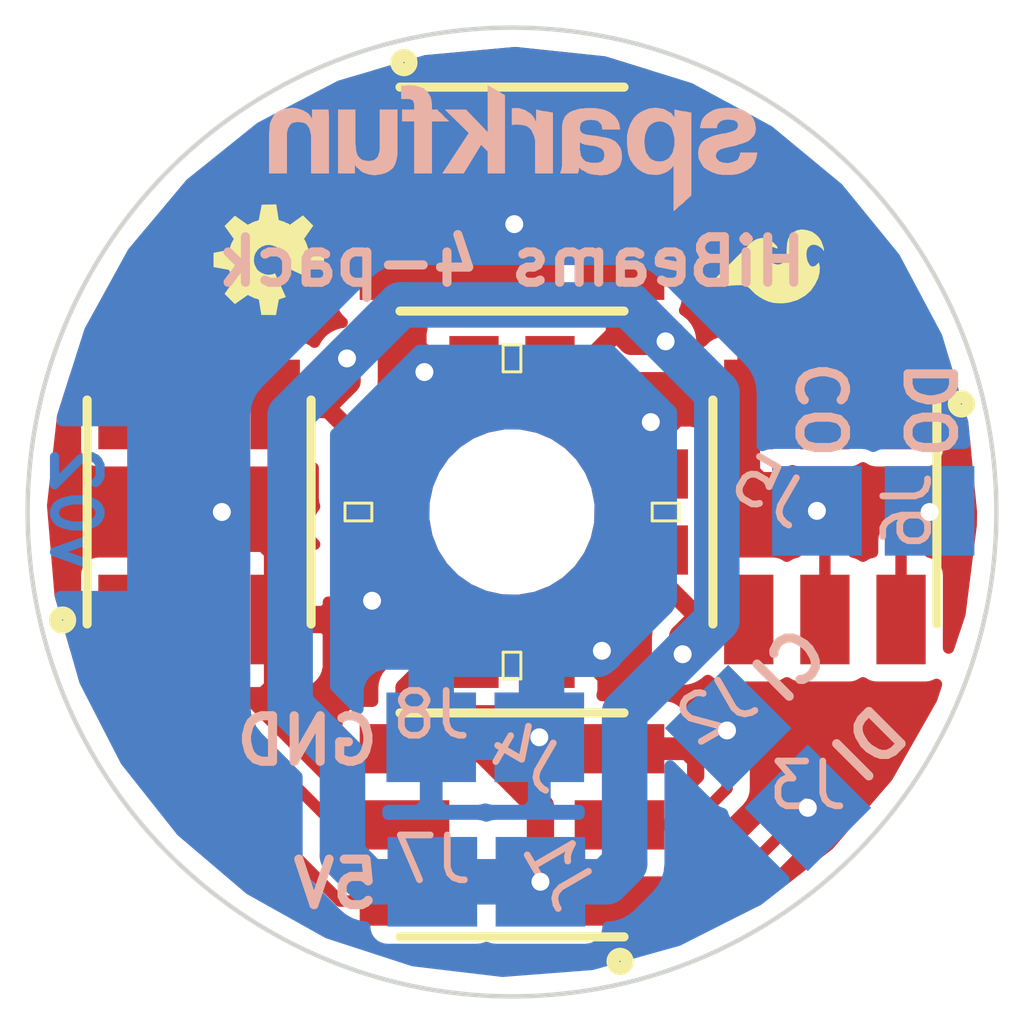
<source format=kicad_pcb>
(kicad_pcb (version 20170123) (host pcbnew no-vcs-found-5013ea2~58~ubuntu16.04.1)

  (general
    (links 28)
    (no_connects 0)
    (area 134.486357 86.988357 157.524107 110.026107)
    (thickness 1.6)
    (drawings 9)
    (tracks 136)
    (zones 0)
    (modules 22)
    (nets 13)
  )

  (page A4)
  (layers
    (0 F.Cu signal)
    (31 B.Cu signal)
    (32 B.Adhes user)
    (33 F.Adhes user)
    (34 B.Paste user)
    (35 F.Paste user)
    (36 B.SilkS user)
    (37 F.SilkS user)
    (38 B.Mask user)
    (39 F.Mask user)
    (40 Dwgs.User user)
    (41 Cmts.User user)
    (42 Eco1.User user)
    (43 Eco2.User user)
    (44 Edge.Cuts user)
    (45 Margin user)
    (46 B.CrtYd user)
    (47 F.CrtYd user)
    (48 B.Fab user)
    (49 F.Fab user)
  )

  (setup
    (last_trace_width 0.254)
    (user_trace_width 0.4064)
    (user_trace_width 0.6096)
    (user_trace_width 0.8128)
    (user_trace_width 1.016)
    (user_trace_width 1.27)
    (trace_clearance 0.2)
    (zone_clearance 0.381)
    (zone_45_only no)
    (trace_min 0.2)
    (segment_width 0.2)
    (edge_width 0.1)
    (via_size 0.6)
    (via_drill 0.4)
    (via_min_size 0.4)
    (via_min_drill 0.3)
    (uvia_size 0.3)
    (uvia_drill 0.1)
    (uvias_allowed no)
    (uvia_min_size 0.2)
    (uvia_min_drill 0.1)
    (pcb_text_width 0.3)
    (pcb_text_size 1.5 1.5)
    (mod_edge_width 0.15)
    (mod_text_size 1 1)
    (mod_text_width 0.15)
    (pad_size 2 2)
    (pad_drill 0)
    (pad_to_mask_clearance 0)
    (aux_axis_origin 145.923 98.425)
    (grid_origin 145.923 98.425)
    (visible_elements 7FF9FFFF)
    (pcbplotparams
      (layerselection 0x010f0_ffffffff)
      (usegerberextensions false)
      (excludeedgelayer true)
      (linewidth 0.100000)
      (plotframeref false)
      (viasonmask false)
      (mode 1)
      (useauxorigin false)
      (hpglpennumber 1)
      (hpglpenspeed 20)
      (hpglpendiameter 15)
      (psnegative false)
      (psa4output false)
      (plotreference false)
      (plotvalue false)
      (plotinvisibletext false)
      (padsonsilk false)
      (subtractmaskfromsilk false)
      (outputformat 1)
      (mirror false)
      (drillshape 0)
      (scaleselection 1)
      (outputdirectory ""))
  )

  (net 0 "")
  (net 1 +5V)
  (net 2 GND)
  (net 3 "Net-(J2-Pad1)")
  (net 4 "Net-(J3-Pad1)")
  (net 5 "Net-(J5-Pad1)")
  (net 6 "Net-(J6-Pad1)")
  (net 7 "Net-(U1-Pad6)")
  (net 8 "Net-(U1-Pad5)")
  (net 9 "Net-(U2-Pad6)")
  (net 10 "Net-(U2-Pad5)")
  (net 11 "Net-(U3-Pad6)")
  (net 12 "Net-(U3-Pad5)")

  (net_class Default "This is the default net class."
    (clearance 0.2)
    (trace_width 0.254)
    (via_dia 0.6)
    (via_drill 0.4)
    (uvia_dia 0.3)
    (uvia_drill 0.1)
    (add_net +5V)
    (add_net GND)
    (add_net "Net-(J2-Pad1)")
    (add_net "Net-(J3-Pad1)")
    (add_net "Net-(J5-Pad1)")
    (add_net "Net-(J6-Pad1)")
    (add_net "Net-(U1-Pad5)")
    (add_net "Net-(U1-Pad6)")
    (add_net "Net-(U2-Pad5)")
    (add_net "Net-(U2-Pad6)")
    (add_net "Net-(U3-Pad5)")
    (add_net "Net-(U3-Pad6)")
  )

  (net_class +5V ""
    (clearance 0.2)
    (trace_width 1.27)
    (via_dia 0.6)
    (via_drill 0.4)
    (uvia_dia 0.3)
    (uvia_drill 0.1)
  )

  (net_class GND ""
    (clearance 0.2)
    (trace_width 1.27)
    (via_dia 0.6)
    (via_drill 0.4)
    (uvia_dia 0.3)
    (uvia_drill 0.1)
  )

  (module Pete:APA102_2 (layer F.Cu) (tedit 591B6510) (tstamp 58F4FE88)
    (at 138.938 98.425 270)
    (path /58F4DD4F)
    (fp_text reference U2 (at 0 3.556 270) (layer F.SilkS) hide
      (effects (font (size 0.889 0.889) (thickness 0.22225)))
    )
    (fp_text value APA102C (at 0 0) (layer F.SilkS) hide
      (effects (font (size 0.889 0.6) (thickness 0.15)))
    )
    (fp_line (start -2.5 -2.5) (end 2.5 -2.5) (layer F.SilkS) (width 0.2032))
    (fp_line (start -2.5 2.5) (end 2.5 2.5) (layer F.SilkS) (width 0.2032))
    (fp_circle (center 2.413 3.048) (end 2.54 3.2385) (layer F.SilkS) (width 0.15))
    (fp_circle (center 2.413 3.048) (end 2.4765 3.1115) (layer F.SilkS) (width 0.15))
    (pad 6 smd rect (at -2.4 1.7 90) (size 2 1.1) (layers F.Cu F.Paste F.Mask)
      (net 9 "Net-(U2-Pad6)"))
    (pad 5 smd rect (at -2.4 0 90) (size 2 1.1) (layers F.Cu F.Paste F.Mask)
      (net 10 "Net-(U2-Pad5)"))
    (pad 4 smd rect (at -2.4 -1.7 90) (size 2 1.1) (layers F.Cu F.Paste F.Mask)
      (net 1 +5V))
    (pad 3 smd rect (at 2.4 -1.7 270) (size 2 1.1) (layers F.Cu F.Paste F.Mask)
      (net 2 GND))
    (pad 2 smd rect (at 2.4 0 270) (size 2 1.1) (layers F.Cu F.Paste F.Mask)
      (net 8 "Net-(U1-Pad5)"))
    (pad 1 smd rect (at 2.4 1.7 270) (size 2 1.1) (layers F.Cu F.Paste F.Mask)
      (net 7 "Net-(U1-Pad6)"))
  )

  (module SparkFun:SFE_LOGO_FLAME_.1 (layer F.Cu) (tedit 200000) (tstamp 5916FD2C)
    (at 149.8092 93.4212 315)
    (descr "SPARKFUN FLAME LOGO - 0.1\" HEIGHT - SILKSCREEN")
    (tags "SPARKFUN FLAME LOGO - 0.1\" HEIGHT - SILKSCREEN")
    (attr virtual)
    (fp_text reference "" (at 0 0 315) (layer F.SilkS)
      (effects (font (thickness 0.15)))
    )
    (fp_text value "" (at 0 0 315) (layer F.SilkS)
      (effects (font (thickness 0.15)))
    )
    (fp_poly (pts (xy 1.69926 -2.4892) (xy 1.69926 -2.39776) (xy 1.6891 -2.36982) (xy 1.67894 -2.3495)
      (xy 1.64846 -2.31902) (xy 1.61798 -2.30886) (xy 1.5875 -2.30886) (xy 1.50876 -2.32918)
      (xy 1.46812 -2.3495) (xy 1.43764 -2.36982) (xy 1.39954 -2.39776) (xy 1.33858 -2.45872)
      (xy 1.29794 -2.51968) (xy 1.28778 -2.55778) (xy 1.28778 -2.61874) (xy 1.29794 -2.64922)
      (xy 1.3081 -2.66954) (xy 1.32842 -2.69748) (xy 1.36906 -2.72796) (xy 1.4097 -2.74828)
      (xy 1.45796 -2.75844) (xy 1.4986 -2.7686) (xy 1.55956 -2.7686) (xy 1.57988 -2.75844)
      (xy 1.5875 -2.75844) (xy 1.57988 -2.7686) (xy 1.53924 -2.79908) (xy 1.39954 -2.86766)
      (xy 1.3081 -2.88798) (xy 1.20904 -2.88798) (xy 1.09982 -2.86766) (xy 0.98806 -2.80924)
      (xy 0.89916 -2.73812) (xy 0.84836 -2.65938) (xy 0.81788 -2.56794) (xy 0.81788 -2.4892)
      (xy 0.8382 -2.39776) (xy 0.889 -2.30886) (xy 0.95758 -2.22758) (xy 1.03886 -2.13868)
      (xy 1.10998 -2.06756) (xy 1.13792 -1.98882) (xy 1.13792 -1.9177) (xy 1.1176 -1.85928)
      (xy 1.0795 -1.80848) (xy 1.01854 -1.76784) (xy 0.9398 -1.74752) (xy 0.85852 -1.74752)
      (xy 0.80772 -1.75768) (xy 0.75946 -1.778) (xy 0.6985 -1.83896) (xy 0.67818 -1.86944)
      (xy 0.66802 -1.89992) (xy 0.66802 -1.93802) (xy 0.67818 -1.9685) (xy 0.73914 -2.02946)
      (xy 0.76962 -2.03962) (xy 0.80772 -2.05994) (xy 0.81788 -2.06756) (xy 0.77978 -2.08788)
      (xy 0.65786 -2.08788) (xy 0.59944 -2.07772) (xy 0.54864 -2.06756) (xy 0.49784 -2.04978)
      (xy 0.45974 -2.0193) (xy 0.40894 -1.97866) (xy 0.34798 -1.8796) (xy 0.32766 -1.80848)
      (xy 0.3175 -1.72974) (xy 0.3175 -0.35814) (xy 0.3683 -0.40894) (xy 0.39878 -0.45974)
      (xy 0.44958 -0.508) (xy 0.49784 -0.56896) (xy 0.61976 -0.68834) (xy 0.73914 -0.82804)
      (xy 0.8382 -0.92964) (xy 0.9398 -0.98806) (xy 0.99822 -0.99822) (xy 1.18872 -0.99822)
      (xy 1.3081 -1.01854) (xy 1.41986 -1.04902) (xy 1.51892 -1.08966) (xy 1.61798 -1.14808)
      (xy 1.69926 -1.2192) (xy 1.778 -1.29794) (xy 1.84912 -1.38938) (xy 1.94818 -1.56972)
      (xy 1.99898 -1.75768) (xy 2.00914 -1.92786) (xy 1.97866 -2.08788) (xy 1.92786 -2.23774)
      (xy 1.85928 -2.3495) (xy 1.778 -2.4384)) (layer F.SilkS) (width 0.01))
  )

  (module SparkFun:OSHW-LOGO-MINI (layer F.Cu) (tedit 200000) (tstamp 591279C4)
    (at 140.4874 92.7862 45)
    (descr "OPEN-SOURCE HARDWARE (OSHW) LOGO - MINI - SILKSCREEN")
    (tags "OPEN-SOURCE HARDWARE (OSHW) LOGO - MINI - SILKSCREEN")
    (attr virtual)
    (fp_text reference "" (at 0 0 45) (layer F.SilkS)
      (effects (font (thickness 0.15)))
    )
    (fp_text value "" (at 0 0 45) (layer F.SilkS)
      (effects (font (thickness 0.15)))
    )
    (fp_poly (pts (xy 1.23444 0.17018) (xy 1.23444 -0.14732) (xy 0.8763 -0.20574) (xy 0.8763 -0.24638)
      (xy 0.86614 -0.25654) (xy 0.86614 -0.27686) (xy 0.85598 -0.28702) (xy 0.84582 -0.30734)
      (xy 0.84582 -0.32512) (xy 0.83566 -0.33528) (xy 0.83566 -0.3556) (xy 0.8255 -0.36576)
      (xy 0.81534 -0.38608) (xy 0.80518 -0.39624) (xy 0.80518 -0.41656) (xy 0.79502 -0.42672)
      (xy 0.78486 -0.44704) (xy 0.7747 -0.4572) (xy 0.98552 -0.74676) (xy 0.75438 -0.9652)
      (xy 0.46482 -0.76708) (xy 0.45466 -0.77724) (xy 0.43434 -0.78486) (xy 0.42418 -0.78486)
      (xy 0.4064 -0.79502) (xy 0.39624 -0.80518) (xy 0.37592 -0.81534) (xy 0.36576 -0.81534)
      (xy 0.34544 -0.8255) (xy 0.33528 -0.83566) (xy 0.31496 -0.83566) (xy 0.29464 -0.84582)
      (xy 0.28448 -0.84582) (xy 0.26416 -0.85598) (xy 0.25654 -0.85598) (xy 0.23622 -0.86614)
      (xy 0.2159 -0.86614) (xy 0.15494 -1.21666) (xy -0.16256 -1.21666) (xy -0.22098 -0.86614)
      (xy -0.23114 -0.86614) (xy -0.25146 -0.85598) (xy -0.27178 -0.85598) (xy -0.28194 -0.84582)
      (xy -0.30226 -0.84582) (xy -0.32258 -0.83566) (xy -0.33274 -0.83566) (xy -0.35306 -0.8255)
      (xy -0.36322 -0.81534) (xy -0.381 -0.81534) (xy -0.39116 -0.80518) (xy -0.41148 -0.79502)
      (xy -0.42164 -0.78486) (xy -0.44196 -0.78486) (xy -0.45212 -0.77724) (xy -0.47244 -0.76708)
      (xy -0.762 -0.9652) (xy -0.98298 -0.74676) (xy -0.78232 -0.4572) (xy -0.79248 -0.44704)
      (xy -0.79248 -0.42672) (xy -0.80264 -0.41656) (xy -0.8128 -0.39624) (xy -0.82296 -0.38608)
      (xy -0.82296 -0.36576) (xy -0.83312 -0.3556) (xy -0.84328 -0.33528) (xy -0.84328 -0.32512)
      (xy -0.86106 -0.28702) (xy -0.86106 -0.27686) (xy -0.87122 -0.25654) (xy -0.87122 -0.24638)
      (xy -0.88138 -0.22606) (xy -0.88138 -0.20574) (xy -1.2319 -0.14732) (xy -1.2319 0.17018)
      (xy -0.88138 0.23114) (xy -0.88138 0.2413) (xy -0.87122 0.26162) (xy -0.87122 0.28194)
      (xy -0.86106 0.2921) (xy -0.86106 0.31242) (xy -0.8509 0.32258) (xy -0.84328 0.34036)
      (xy -0.84328 0.36068) (xy -0.83312 0.37084) (xy -0.83312 0.39116) (xy -0.82296 0.40132)
      (xy -0.8128 0.42164) (xy -0.80264 0.4318) (xy -0.79248 0.45212) (xy -0.79248 0.46228)
      (xy -0.78232 0.4826) (xy -0.98298 0.762) (xy -0.762 0.9906) (xy -0.47244 0.79248)
      (xy -0.46228 0.79248) (xy -0.45212 0.8001) (xy -0.44196 0.8001) (xy -0.4318 0.81026)
      (xy -0.42164 0.81026) (xy -0.41148 0.82042) (xy -0.40132 0.82042) (xy -0.39116 0.83058)
      (xy -0.381 0.83058) (xy -0.37338 0.84074) (xy -0.36322 0.84074) (xy -0.35306 0.8509)
      (xy -0.33274 0.8509) (xy -0.32258 0.86106) (xy -0.12192 0.32258) (xy -0.1524 0.31242)
      (xy -0.19304 0.2921) (xy -0.21336 0.27178) (xy -0.23114 0.26162) (xy -0.25146 0.2413)
      (xy -0.26162 0.22098) (xy -0.28194 0.20066) (xy -0.30226 0.16256) (xy -0.31242 0.13208)
      (xy -0.33274 0.09144) (xy -0.33274 0.06096) (xy -0.3429 0.03048) (xy -0.3429 -0.0254)
      (xy -0.30226 -0.14732) (xy -0.26162 -0.20574) (xy -0.2413 -0.22606) (xy -0.21336 -0.24638)
      (xy -0.19304 -0.2667) (xy -0.16256 -0.28702) (xy -0.13208 -0.29718) (xy -0.1016 -0.31496)
      (xy -0.07112 -0.31496) (xy -0.03302 -0.32512) (xy 0.03556 -0.32512) (xy 0.06604 -0.31496)
      (xy 0.09652 -0.31496) (xy 0.12446 -0.29718) (xy 0.15494 -0.28702) (xy 0.2159 -0.24638)
      (xy 0.25654 -0.20574) (xy 0.29464 -0.14732) (xy 0.3048 -0.11684) (xy 0.32512 -0.08636)
      (xy 0.32512 -0.05588) (xy 0.33528 -0.0254) (xy 0.33528 0.06096) (xy 0.32512 0.09144)
      (xy 0.32512 0.11176) (xy 0.31496 0.13208) (xy 0.3048 0.16256) (xy 0.29464 0.18034)
      (xy 0.27432 0.20066) (xy 0.26416 0.22098) (xy 0.22606 0.26162) (xy 0.20574 0.27178)
      (xy 0.18542 0.2921) (xy 0.12446 0.32258) (xy 0.32512 0.86106) (xy 0.32512 0.8509)
      (xy 0.34544 0.8509) (xy 0.3556 0.84074) (xy 0.36576 0.84074) (xy 0.37592 0.83058)
      (xy 0.38608 0.83058) (xy 0.39624 0.82042) (xy 0.41656 0.82042) (xy 0.42418 0.81026)
      (xy 0.43434 0.81026) (xy 0.45466 0.79248) (xy 0.46482 0.79248) (xy 0.75438 0.9906)
      (xy 0.98552 0.762) (xy 0.7747 0.4826) (xy 0.78486 0.46228) (xy 0.79502 0.45212)
      (xy 0.80518 0.4318) (xy 0.80518 0.42164) (xy 0.81534 0.40132) (xy 0.8255 0.39116)
      (xy 0.83566 0.37084) (xy 0.83566 0.36068) (xy 0.85598 0.32258) (xy 0.85598 0.31242)
      (xy 0.86614 0.2921) (xy 0.86614 0.28194) (xy 0.8763 0.26162) (xy 0.8763 0.2413)
      (xy 0.88646 0.23114)) (layer F.SilkS) (width 0.01))
  )

  (module SparkFun:SFE_LOGO_NAME_.1 (layer B.Cu) (tedit 200000) (tstamp 5916E91D)
    (at 151.892 92.202 180)
    (descr "SPARKFUN FONT LOGO - 0.1\" HEIGHT - SILKSCREEN")
    (tags "SPARKFUN FONT LOGO - 0.1\" HEIGHT - SILKSCREEN")
    (attr virtual)
    (fp_text reference "" (at 0 0 180) (layer B.SilkS)
      (effects (font (thickness 0.15)) (justify mirror))
    )
    (fp_text value "" (at 0 0 180) (layer B.SilkS)
      (effects (font (thickness 0.15)) (justify mirror))
    )
    (fp_poly (pts (xy 10.06856 2.75844) (xy 10.42924 2.75844) (xy 10.42924 2.55778) (xy 10.4394 2.55778)
      (xy 10.4775 2.61874) (xy 10.51814 2.66954) (xy 10.5791 2.70764) (xy 10.6299 2.73812)
      (xy 10.68832 2.75844) (xy 10.74928 2.77876) (xy 10.8077 2.78892) (xy 10.86866 2.79908)
      (xy 11.00836 2.77876) (xy 11.12774 2.74828) (xy 11.21918 2.69748) (xy 11.2776 2.63906)
      (xy 11.3284 2.54762) (xy 11.36904 2.44856) (xy 11.3792 2.33934) (xy 11.38936 2.2098)
      (xy 11.38936 1.33858) (xy 10.9982 1.33858) (xy 10.9982 2.21996) (xy 10.98804 2.28854)
      (xy 10.96772 2.3495) (xy 10.93978 2.39776) (xy 10.9093 2.4384) (xy 10.86866 2.46888)
      (xy 10.8077 2.47904) (xy 10.74928 2.4892) (xy 10.67816 2.47904) (xy 10.60958 2.46888)
      (xy 10.55878 2.4384) (xy 10.51814 2.3876) (xy 10.48766 2.33934) (xy 10.46988 2.26822)
      (xy 10.44956 2.17932) (xy 10.44956 1.33858) (xy 10.0584 1.33858) (xy 10.0584 2.5781)) (layer B.SilkS) (width 0.01))
    (fp_poly (pts (xy 9.84758 1.33858) (xy 9.47928 1.33858) (xy 9.47928 1.53924) (xy 9.43864 1.47828)
      (xy 9.38784 1.43764) (xy 9.33958 1.38938) (xy 9.28878 1.3589) (xy 9.22782 1.33858)
      (xy 9.1694 1.31826) (xy 9.10844 1.3081) (xy 9.03986 1.29794) (xy 8.89762 1.31826)
      (xy 8.7884 1.34874) (xy 8.6995 1.39954) (xy 8.62838 1.45796) (xy 8.57758 1.5494)
      (xy 8.54964 1.64846) (xy 8.52932 1.75768) (xy 8.52932 2.75844) (xy 8.91794 2.75844)
      (xy 8.91794 1.8796) (xy 8.9281 1.80848) (xy 8.94842 1.74752) (xy 8.96874 1.69926)
      (xy 9.00938 1.65862) (xy 9.04748 1.62814) (xy 9.09828 1.61798) (xy 9.1694 1.60782)
      (xy 9.23798 1.61798) (xy 9.29894 1.62814) (xy 9.34974 1.65862) (xy 9.398 1.70942)
      (xy 9.42848 1.75768) (xy 9.4488 1.8288) (xy 9.45896 1.9177) (xy 9.46912 2.0193)
      (xy 9.46912 2.75844) (xy 9.84758 2.75844) (xy 9.84758 1.51892)) (layer B.SilkS) (width 0.01))
    (fp_poly (pts (xy 7.7597 2.49936) (xy 7.3787 2.49936) (xy 7.40918 2.52984) (xy 7.43966 2.55778)
      (xy 7.47776 2.58826) (xy 7.50824 2.6289) (xy 7.53872 2.65938) (xy 7.5692 2.68986)
      (xy 7.60984 2.7178) (xy 7.63778 2.75844) (xy 7.7597 2.75844) (xy 7.7597 2.86766)
      (xy 7.76986 2.9591) (xy 7.78764 3.03784) (xy 7.82828 3.10896) (xy 7.87908 3.16992)
      (xy 7.9375 3.22834) (xy 8.01878 3.25882) (xy 8.11784 3.2893) (xy 8.2296 3.29946)
      (xy 8.30834 3.29946) (xy 8.33882 3.2893) (xy 8.43788 3.2893) (xy 8.43788 2.99974)
      (xy 8.25754 2.99974) (xy 8.2296 2.98958) (xy 8.19912 2.97942) (xy 8.1788 2.96926)
      (xy 8.16864 2.93878) (xy 8.15848 2.91846) (xy 8.14832 2.87782) (xy 8.14832 2.75844)
      (xy 8.41756 2.75844) (xy 8.41756 2.49936) (xy 8.14832 2.49936) (xy 8.14832 1.33858)
      (xy 7.7597 1.33858) (xy 7.7597 2.3495)) (layer B.SilkS) (width 0.01))
    (fp_poly (pts (xy 6.12902 3.07848) (xy 6.50748 3.29946) (xy 6.50748 2.2479) (xy 6.9977 2.75844)
      (xy 7.45998 2.75844) (xy 6.92912 2.23774) (xy 7.5184 1.33858) (xy 7.0485 1.33858)
      (xy 6.65988 1.97866) (xy 6.50748 1.8288) (xy 6.50748 1.33858) (xy 6.12902 1.33858)) (layer B.SilkS) (width 0.01))
    (fp_poly (pts (xy 5.05968 2.68986) (xy 5.10794 2.69748) (xy 5.15874 2.70764) (xy 5.19938 2.7178)
      (xy 5.24764 2.7178) (xy 5.29844 2.72796) (xy 5.33908 2.73812) (xy 5.38988 2.74828)
      (xy 5.42798 2.75844) (xy 5.42798 2.4892) (xy 5.43814 2.4892) (xy 5.46862 2.55778)
      (xy 5.50926 2.61874) (xy 5.55752 2.66954) (xy 5.61848 2.70764) (xy 5.67944 2.74828)
      (xy 5.74802 2.7686) (xy 5.81914 2.78892) (xy 5.95884 2.78892) (xy 5.969 2.77876)
      (xy 5.969 2.41808) (xy 5.95884 2.41808) (xy 5.93852 2.42824) (xy 5.8293 2.42824)
      (xy 5.7277 2.41808) (xy 5.64896 2.39776) (xy 5.588 2.35966) (xy 5.52958 2.2987)
      (xy 5.4991 2.22758) (xy 5.46862 2.159) (xy 5.4483 2.06756) (xy 5.4483 1.33858)
      (xy 5.05968 1.33858) (xy 5.05968 2.51968)) (layer B.SilkS) (width 0.01))
    (fp_poly (pts (xy 4.06908 1.93802) (xy 4.04876 1.92786) (xy 4.02844 1.9177) (xy 4.00812 1.90754)
      (xy 3.9878 1.89992) (xy 3.96748 1.88976) (xy 3.95986 1.8796) (xy 3.9497 1.86944)
      (xy 3.92938 1.84912) (xy 3.91922 1.8288) (xy 3.90906 1.80848) (xy 3.90906 1.76784)
      (xy 3.8989 1.7399) (xy 3.90906 1.71958) (xy 3.90906 1.69926) (xy 3.91922 1.66878)
      (xy 3.91922 1.65862) (xy 3.92938 1.6383) (xy 3.9497 1.61798) (xy 3.95986 1.60782)
      (xy 3.97764 1.59766) (xy 3.9878 1.5875) (xy 4.00812 1.57988) (xy 4.02844 1.57988)
      (xy 4.04876 1.56972) (xy 4.19862 1.56972) (xy 4.23926 1.57988) (xy 4.2799 1.5875)
      (xy 4.318 1.59766) (xy 4.34848 1.61798) (xy 4.37896 1.64846) (xy 4.39928 1.66878)
      (xy 4.40944 1.69926) (xy 4.42976 1.71958) (xy 4.43992 1.74752) (xy 4.43992 1.778)
      (xy 4.44754 1.79832) (xy 4.44754 1.8288) (xy 4.4577 1.84912) (xy 4.4577 2.03962)
      (xy 4.43992 2.02946) (xy 4.42976 2.0193) (xy 4.40944 2.00914) (xy 4.39928 1.99898)
      (xy 4.37896 1.99898) (xy 4.35864 1.98882) (xy 4.33832 1.97866) (xy 4.28752 1.97866)
      (xy 4.24942 2.18948) (xy 4.318 2.19964) (xy 4.37896 2.21996) (xy 4.4196 2.2479)
      (xy 4.44754 2.28854) (xy 4.4577 2.33934) (xy 4.4577 2.36982) (xy 4.44754 2.39776)
      (xy 4.44754 2.41808) (xy 4.43992 2.4384) (xy 4.42976 2.45872) (xy 4.40944 2.47904)
      (xy 4.39928 2.4892) (xy 4.37896 2.49936) (xy 4.35864 2.50952) (xy 4.33832 2.51968)
      (xy 4.318 2.51968) (xy 4.29768 2.52984) (xy 4.2291 2.52984) (xy 4.20878 2.54)
      (xy 4.1783 2.52984) (xy 4.1275 2.52984) (xy 4.09956 2.51968) (xy 4.07924 2.51968)
      (xy 4.05892 2.50952) (xy 4.0386 2.49936) (xy 4.02844 2.4892) (xy 4.00812 2.46888)
      (xy 3.99796 2.45872) (xy 3.97764 2.4384) (xy 3.96748 2.41808) (xy 3.95986 2.39776)
      (xy 3.95986 2.36982) (xy 3.9497 2.3495) (xy 3.9497 2.31902) (xy 3.55854 2.31902)
      (xy 3.5687 2.3876) (xy 3.57886 2.4384) (xy 3.59918 2.49936) (xy 3.62966 2.54762)
      (xy 3.6576 2.58826) (xy 3.69824 2.6289) (xy 3.73888 2.65938) (xy 3.77952 2.68986)
      (xy 3.82778 2.7178) (xy 3.87858 2.73812) (xy 3.92938 2.75844) (xy 3.9878 2.7686)
      (xy 4.04876 2.77876) (xy 4.10972 2.78892) (xy 4.32816 2.78892) (xy 4.38912 2.77876)
      (xy 4.43992 2.77876) (xy 4.48818 2.7686) (xy 4.54914 2.74828) (xy 4.58978 2.73812)
      (xy 4.63804 2.7178) (xy 4.67868 2.69748) (xy 4.71932 2.66954) (xy 4.75996 2.6289)
      (xy 4.7879 2.59842) (xy 4.80822 2.54762) (xy 4.82854 2.50952) (xy 4.8387 2.44856)
      (xy 4.84886 2.3876) (xy 4.84886 1.48844) (xy 4.85902 1.46812) (xy 4.85902 1.42748)
      (xy 4.86918 1.4097) (xy 4.86918 1.39954) (xy 4.87934 1.37922) (xy 4.87934 1.36906)
      (xy 4.8895 1.34874) (xy 4.8895 1.33858) (xy 4.49834 1.33858) (xy 4.49834 1.3589)
      (xy 4.48818 1.36906) (xy 4.48818 1.37922) (xy 4.47802 1.38938) (xy 4.47802 1.4478)
      (xy 4.46786 1.45796) (xy 4.46786 1.47828) (xy 4.44754 1.45796) (xy 4.42976 1.42748)
      (xy 4.39928 1.4097) (xy 4.3688 1.39954) (xy 4.33832 1.37922) (xy 4.318 1.36906)
      (xy 4.28752 1.34874) (xy 4.25958 1.33858) (xy 4.21894 1.32842) (xy 4.18846 1.31826)
      (xy 4.15798 1.31826) (xy 4.1275 1.3081) (xy 4.05892 1.3081) (xy 4.02844 1.29794)
      (xy 3.9497 1.29794) (xy 3.8989 1.3081) (xy 3.8481 1.3081) (xy 3.81 1.32842)
      (xy 3.76936 1.33858) (xy 3.72872 1.3589) (xy 3.68808 1.37922) (xy 3.6576 1.39954)
      (xy 3.62966 1.42748) (xy 3.59918 1.45796) (xy 3.5687 1.4986) (xy 3.54838 1.53924)
      (xy 3.53822 1.57988) (xy 3.52806 1.61798) (xy 3.5179 1.66878) (xy 3.5179 1.71958)
      (xy 3.52806 1.8288) (xy 3.55854 1.9177) (xy 3.60934 1.98882) (xy 3.66776 2.04978)
      (xy 3.73888 2.08788) (xy 3.81762 2.11836) (xy 3.90906 2.13868) (xy 3.9878 2.14884)) (layer B.SilkS) (width 0.01))
    (fp_poly (pts (xy 3.9878 2.14884) (xy 4.07924 2.16916) (xy 4.16814 2.17932) (xy 4.24942 2.18948)
      (xy 4.28752 1.97866) (xy 4.26974 1.9685) (xy 4.2291 1.9685) (xy 4.19862 1.95834)
      (xy 4.15798 1.95834) (xy 4.1275 1.94818) (xy 4.10972 1.94818) (xy 4.0894 1.93802)
      (xy 4.06908 1.93802)) (layer B.SilkS) (width 0.01))
    (fp_poly (pts (xy 3.31978 1.6383) (xy 3.24866 1.52908) (xy 3.15976 1.43764) (xy 3.05816 1.36906)
      (xy 2.92862 1.31826) (xy 2.77876 1.3081) (xy 2.7178 1.3081) (xy 2.65938 1.31826)
      (xy 2.59842 1.33858) (xy 2.54 1.3589) (xy 2.4892 1.38938) (xy 2.4384 1.42748)
      (xy 2.39776 1.46812) (xy 2.35966 1.51892) (xy 2.35966 0.49784) (xy 2.30886 0.53848)
      (xy 2.25806 0.58928) (xy 2.2098 0.62992) (xy 2.159 0.66802) (xy 2.1082 0.71882)
      (xy 2.06756 0.75946) (xy 2.0193 0.79756) (xy 1.9685 0.84836) (xy 1.9685 2.68986)
      (xy 2.0193 2.69748) (xy 2.05994 2.70764) (xy 2.1082 2.7178) (xy 2.14884 2.7178)
      (xy 2.19964 2.72796) (xy 2.2479 2.73812) (xy 2.28854 2.74828) (xy 2.33934 2.75844)
      (xy 2.33934 2.5781) (xy 2.37998 2.6289) (xy 2.41808 2.6797) (xy 2.46888 2.70764)
      (xy 2.51968 2.73812) (xy 2.5781 2.7686) (xy 2.63906 2.77876) (xy 2.69748 2.78892)
      (xy 2.75844 2.79908) (xy 2.91846 2.77876) (xy 3.048 2.72796) (xy 3.15976 2.65938)
      (xy 3.24866 2.56794) (xy 3.31978 2.44856) (xy 3.36804 2.31902) (xy 3.39852 2.17932)
      (xy 3.39852 2.03962) (xy 3.01752 2.04978) (xy 3.0099 2.12852) (xy 2.99974 2.2098)
      (xy 2.96926 2.28854) (xy 2.93878 2.35966) (xy 2.88798 2.41808) (xy 2.82956 2.45872)
      (xy 2.75844 2.4892) (xy 2.6797 2.49936) (xy 2.58826 2.4892) (xy 2.51968 2.45872)
      (xy 2.45872 2.41808) (xy 2.40792 2.35966) (xy 2.37998 2.28854) (xy 2.35966 2.2098)
      (xy 2.33934 2.12852) (xy 2.33934 1.95834) (xy 2.35966 1.8796) (xy 2.37998 1.79832)
      (xy 2.41808 1.7399) (xy 2.45872 1.67894) (xy 2.51968 1.6383) (xy 2.58826 1.60782)
      (xy 2.6797 1.59766) (xy 2.7686 1.60782) (xy 2.83972 1.6383) (xy 2.89814 1.67894)
      (xy 2.93878 1.7399) (xy 2.97942 1.79832)) (layer B.SilkS) (width 0.01))
    (fp_poly (pts (xy 2.97942 1.79832) (xy 2.99974 1.8796) (xy 3.0099 1.95834) (xy 3.01752 2.04978)
      (xy 3.39852 2.03962) (xy 3.38836 1.89992) (xy 3.36804 1.75768) (xy 3.31978 1.6383)) (layer B.SilkS) (width 0.01))
    (fp_poly (pts (xy 0.86868 1.79832) (xy 0.87884 1.7399) (xy 0.89916 1.69926) (xy 0.91948 1.64846)
      (xy 0.95758 1.61798) (xy 1.00838 1.59766) (xy 1.05918 1.57988) (xy 1.10998 1.56972)
      (xy 1.1684 1.55956) (xy 1.20904 1.56972) (xy 1.24968 1.56972) (xy 1.29794 1.5875)
      (xy 1.33858 1.59766) (xy 1.36906 1.62814) (xy 1.39954 1.65862) (xy 1.41986 1.69926)
      (xy 1.41986 1.74752) (xy 1.4097 1.78816) (xy 1.38938 1.81864) (xy 1.3589 1.84912)
      (xy 1.3081 1.8796) (xy 1.23952 1.89992) (xy 1.1684 1.9177) (xy 1.0795 1.93802)
      (xy 0.9779 1.95834) (xy 0.89916 1.98882) (xy 0.81788 2.00914) (xy 0.73914 2.03962)
      (xy 0.66802 2.07772) (xy 0.61976 2.12852) (xy 0.56896 2.17932) (xy 0.53848 2.25806)
      (xy 0.52832 2.33934) (xy 0.54864 2.46888) (xy 0.58928 2.56794) (xy 0.6477 2.63906)
      (xy 0.72898 2.69748) (xy 0.81788 2.74828) (xy 0.91948 2.77876) (xy 1.0287 2.78892)
      (xy 1.14808 2.79908) (xy 1.25984 2.78892) (xy 1.36906 2.77876) (xy 1.46812 2.74828)
      (xy 1.55956 2.69748) (xy 1.6383 2.63906) (xy 1.70942 2.55778) (xy 1.74752 2.45872)
      (xy 1.76784 2.3495) (xy 1.39954 2.3495) (xy 1.38938 2.39776) (xy 1.37922 2.4384)
      (xy 1.34874 2.46888) (xy 1.31826 2.49936) (xy 1.27762 2.51968) (xy 1.23952 2.52984)
      (xy 1.18872 2.54) (xy 1.09982 2.54) (xy 1.06934 2.52984) (xy 1.0287 2.52984)
      (xy 0.99822 2.51968) (xy 0.96774 2.49936) (xy 0.9398 2.47904) (xy 0.92964 2.44856)
      (xy 0.91948 2.40792) (xy 0.92964 2.35966) (xy 0.95758 2.31902) (xy 0.99822 2.28854)
      (xy 1.05918 2.26822) (xy 1.12776 2.2479) (xy 1.19888 2.22758) (xy 1.27762 2.21996)
      (xy 1.3589 2.19964) (xy 1.4478 2.17932) (xy 1.52908 2.14884) (xy 1.59766 2.11836)
      (xy 1.66878 2.07772) (xy 1.72974 2.02946) (xy 1.76784 1.9685) (xy 1.79832 1.88976)
      (xy 1.80848 1.79832) (xy 1.79832 1.66878) (xy 1.74752 1.56972) (xy 1.6891 1.47828)
      (xy 1.60782 1.41986) (xy 1.50876 1.36906) (xy 1.39954 1.32842) (xy 1.27762 1.3081)
      (xy 1.03886 1.3081) (xy 0.91948 1.32842) (xy 0.80772 1.36906) (xy 0.70866 1.41986)
      (xy 0.62992 1.47828) (xy 0.5588 1.56972) (xy 0.51816 1.67894) (xy 0.49784 1.79832)
      (xy 0.81788 1.79832)) (layer B.SilkS) (width 0.01))
  )

  (module Pete:APA102_2 (layer F.Cu) (tedit 591B6547) (tstamp 58F4FE79)
    (at 145.923 105.41)
    (path /58F4DCA4)
    (fp_text reference U1 (at 0 3.556) (layer F.SilkS) hide
      (effects (font (size 0.889 0.889) (thickness 0.22225)))
    )
    (fp_text value APA102C (at 0 0 90) (layer F.SilkS) hide
      (effects (font (size 0.889 0.6) (thickness 0.15)))
    )
    (fp_line (start -2.5 -2.5) (end 2.5 -2.5) (layer F.SilkS) (width 0.2032))
    (fp_line (start -2.5 2.5) (end 2.5 2.5) (layer F.SilkS) (width 0.2032))
    (fp_circle (center 2.413 3.048) (end 2.54 3.2385) (layer F.SilkS) (width 0.15))
    (fp_circle (center 2.413 3.048) (end 2.4765 3.1115) (layer F.SilkS) (width 0.15))
    (pad 6 smd rect (at -2.4 1.7 180) (size 2 1.1) (layers F.Cu F.Paste F.Mask)
      (net 7 "Net-(U1-Pad6)"))
    (pad 5 smd rect (at -2.4 0 180) (size 2 1.1) (layers F.Cu F.Paste F.Mask)
      (net 8 "Net-(U1-Pad5)"))
    (pad 4 smd rect (at -2.4 -1.7 180) (size 2 1.1) (layers F.Cu F.Paste F.Mask)
      (net 1 +5V))
    (pad 3 smd rect (at 2.4 -1.7) (size 2 1.1) (layers F.Cu F.Paste F.Mask)
      (net 2 GND))
    (pad 2 smd rect (at 2.4 0) (size 2 1.1) (layers F.Cu F.Paste F.Mask)
      (net 3 "Net-(J2-Pad1)"))
    (pad 1 smd rect (at 2.4 1.7) (size 2 1.1) (layers F.Cu F.Paste F.Mask)
      (net 4 "Net-(J3-Pad1)"))
  )

  (module Pete:APA102_2 (layer F.Cu) (tedit 591B6527) (tstamp 58F4FE97)
    (at 145.923 91.44 180)
    (path /58F4DDA4)
    (fp_text reference U3 (at 0 3.556 180) (layer F.SilkS) hide
      (effects (font (size 0.889 0.889) (thickness 0.22225)))
    )
    (fp_text value APA102C (at 0 0 270) (layer F.SilkS) hide
      (effects (font (size 0.889 0.6) (thickness 0.15)))
    )
    (fp_line (start -2.5 -2.5) (end 2.5 -2.5) (layer F.SilkS) (width 0.2032))
    (fp_line (start -2.5 2.5) (end 2.5 2.5) (layer F.SilkS) (width 0.2032))
    (fp_circle (center 2.413 3.048) (end 2.54 3.2385) (layer F.SilkS) (width 0.15))
    (fp_circle (center 2.413 3.048) (end 2.4765 3.1115) (layer F.SilkS) (width 0.15))
    (pad 6 smd rect (at -2.4 1.7) (size 2 1.1) (layers F.Cu F.Paste F.Mask)
      (net 11 "Net-(U3-Pad6)"))
    (pad 5 smd rect (at -2.4 0) (size 2 1.1) (layers F.Cu F.Paste F.Mask)
      (net 12 "Net-(U3-Pad5)"))
    (pad 4 smd rect (at -2.4 -1.7) (size 2 1.1) (layers F.Cu F.Paste F.Mask)
      (net 1 +5V))
    (pad 3 smd rect (at 2.4 -1.7 180) (size 2 1.1) (layers F.Cu F.Paste F.Mask)
      (net 2 GND))
    (pad 2 smd rect (at 2.4 0 180) (size 2 1.1) (layers F.Cu F.Paste F.Mask)
      (net 10 "Net-(U2-Pad5)"))
    (pad 1 smd rect (at 2.4 1.7 180) (size 2 1.1) (layers F.Cu F.Paste F.Mask)
      (net 9 "Net-(U2-Pad6)"))
  )

  (module Pete:APA102_2 (layer F.Cu) (tedit 591B653D) (tstamp 58F4FEA6)
    (at 152.908 98.425 90)
    (path /58F4DDF9)
    (fp_text reference U4 (at 0 3.556 90) (layer F.SilkS) hide
      (effects (font (size 0.889 0.889) (thickness 0.22225)))
    )
    (fp_text value APA102C (at 0 0 180) (layer F.SilkS) hide
      (effects (font (size 0.889 0.6) (thickness 0.15)))
    )
    (fp_line (start -2.5 -2.5) (end 2.5 -2.5) (layer F.SilkS) (width 0.2032))
    (fp_line (start -2.5 2.5) (end 2.5 2.5) (layer F.SilkS) (width 0.2032))
    (fp_circle (center 2.413 3.048) (end 2.54 3.2385) (layer F.SilkS) (width 0.15))
    (fp_circle (center 2.413 3.048) (end 2.4765 3.1115) (layer F.SilkS) (width 0.15))
    (pad 6 smd rect (at -2.4 1.7 270) (size 2 1.1) (layers F.Cu F.Paste F.Mask)
      (net 6 "Net-(J6-Pad1)"))
    (pad 5 smd rect (at -2.4 0 270) (size 2 1.1) (layers F.Cu F.Paste F.Mask)
      (net 5 "Net-(J5-Pad1)"))
    (pad 4 smd rect (at -2.4 -1.7 270) (size 2 1.1) (layers F.Cu F.Paste F.Mask)
      (net 1 +5V))
    (pad 3 smd rect (at 2.4 -1.7 90) (size 2 1.1) (layers F.Cu F.Paste F.Mask)
      (net 2 GND))
    (pad 2 smd rect (at 2.4 0 90) (size 2 1.1) (layers F.Cu F.Paste F.Mask)
      (net 12 "Net-(U3-Pad5)"))
    (pad 1 smd rect (at 2.4 1.7 90) (size 2 1.1) (layers F.Cu F.Paste F.Mask)
      (net 11 "Net-(U3-Pad6)"))
  )

  (module Pete:0603_revised (layer F.Cu) (tedit 5914AE47) (tstamp 58F4FE22)
    (at 145.923 101.854)
    (path /58F4E20E)
    (attr smd)
    (fp_text reference C1 (at 0.127 -0.9652) (layer F.SilkS) hide
      (effects (font (size 0.4064 0.4064) (thickness 0.0254)))
    )
    (fp_text value C (at 0.2032 0.9398) (layer F.SilkS) hide
      (effects (font (size 0.4064 0.4064) (thickness 0.0254)))
    )
    (fp_line (start -0.3556 0.41656) (end 0.3556 0.41656) (layer Dwgs.User) (width 0.1016))
    (fp_line (start -0.3556 -0.4318) (end 0.3556 -0.4318) (layer Dwgs.User) (width 0.1016))
    (fp_line (start -1.47066 0.98298) (end -1.47066 -0.98298) (layer Dwgs.User) (width 0.0508))
    (fp_line (start 1.47066 0.98298) (end -1.47066 0.98298) (layer Dwgs.User) (width 0.0508))
    (fp_line (start 1.47066 -0.98298) (end 1.47066 0.98298) (layer Dwgs.User) (width 0.0508))
    (fp_line (start -1.47066 -0.98298) (end 1.47066 -0.98298) (layer Dwgs.User) (width 0.0508))
    (fp_line (start -0.19812 0.29972) (end -0.19812 -0.29972) (layer F.SilkS) (width 0.06604))
    (fp_line (start -0.19812 -0.29972) (end 0.19812 -0.29972) (layer F.SilkS) (width 0.06604))
    (fp_line (start 0.19812 0.29972) (end 0.19812 -0.29972) (layer F.SilkS) (width 0.06604))
    (fp_line (start -0.19812 0.29972) (end 0.19812 0.29972) (layer F.SilkS) (width 0.06604))
    (fp_line (start 0.3302 0.4699) (end 0.3302 -0.48006) (layer Dwgs.User) (width 0.06604))
    (fp_line (start 0.3302 -0.48006) (end 0.82804 -0.48006) (layer Dwgs.User) (width 0.06604))
    (fp_line (start 0.82804 0.4699) (end 0.82804 -0.48006) (layer Dwgs.User) (width 0.06604))
    (fp_line (start 0.3302 0.4699) (end 0.82804 0.4699) (layer Dwgs.User) (width 0.06604))
    (fp_line (start -0.8382 0.4699) (end -0.8382 -0.48006) (layer Dwgs.User) (width 0.06604))
    (fp_line (start -0.8382 -0.48006) (end -0.33782 -0.48006) (layer Dwgs.User) (width 0.06604))
    (fp_line (start -0.33782 0.4699) (end -0.33782 -0.48006) (layer Dwgs.User) (width 0.06604))
    (fp_line (start -0.8382 0.4699) (end -0.33782 0.4699) (layer Dwgs.User) (width 0.06604))
    (pad 2 smd rect (at 0.84836 0) (size 1.09982 0.99822) (layers F.Cu F.Paste F.Mask)
      (net 2 GND))
    (pad 1 smd rect (at -0.84836 0) (size 1.09982 0.99822) (layers F.Cu F.Paste F.Mask)
      (net 1 +5V))
  )

  (module Pete:0603_revised (layer F.Cu) (tedit 5914AE47) (tstamp 58F4FE3A)
    (at 142.494 98.425 270)
    (path /58F4E2CB)
    (attr smd)
    (fp_text reference C2 (at 0.127 -0.9652 270) (layer F.SilkS) hide
      (effects (font (size 0.4064 0.4064) (thickness 0.0254)))
    )
    (fp_text value C (at 0.2032 0.9398 270) (layer F.SilkS) hide
      (effects (font (size 0.4064 0.4064) (thickness 0.0254)))
    )
    (fp_line (start -0.3556 0.41656) (end 0.3556 0.41656) (layer Dwgs.User) (width 0.1016))
    (fp_line (start -0.3556 -0.4318) (end 0.3556 -0.4318) (layer Dwgs.User) (width 0.1016))
    (fp_line (start -1.47066 0.98298) (end -1.47066 -0.98298) (layer Dwgs.User) (width 0.0508))
    (fp_line (start 1.47066 0.98298) (end -1.47066 0.98298) (layer Dwgs.User) (width 0.0508))
    (fp_line (start 1.47066 -0.98298) (end 1.47066 0.98298) (layer Dwgs.User) (width 0.0508))
    (fp_line (start -1.47066 -0.98298) (end 1.47066 -0.98298) (layer Dwgs.User) (width 0.0508))
    (fp_line (start -0.19812 0.29972) (end -0.19812 -0.29972) (layer F.SilkS) (width 0.06604))
    (fp_line (start -0.19812 -0.29972) (end 0.19812 -0.29972) (layer F.SilkS) (width 0.06604))
    (fp_line (start 0.19812 0.29972) (end 0.19812 -0.29972) (layer F.SilkS) (width 0.06604))
    (fp_line (start -0.19812 0.29972) (end 0.19812 0.29972) (layer F.SilkS) (width 0.06604))
    (fp_line (start 0.3302 0.4699) (end 0.3302 -0.48006) (layer Dwgs.User) (width 0.06604))
    (fp_line (start 0.3302 -0.48006) (end 0.82804 -0.48006) (layer Dwgs.User) (width 0.06604))
    (fp_line (start 0.82804 0.4699) (end 0.82804 -0.48006) (layer Dwgs.User) (width 0.06604))
    (fp_line (start 0.3302 0.4699) (end 0.82804 0.4699) (layer Dwgs.User) (width 0.06604))
    (fp_line (start -0.8382 0.4699) (end -0.8382 -0.48006) (layer Dwgs.User) (width 0.06604))
    (fp_line (start -0.8382 -0.48006) (end -0.33782 -0.48006) (layer Dwgs.User) (width 0.06604))
    (fp_line (start -0.33782 0.4699) (end -0.33782 -0.48006) (layer Dwgs.User) (width 0.06604))
    (fp_line (start -0.8382 0.4699) (end -0.33782 0.4699) (layer Dwgs.User) (width 0.06604))
    (pad 2 smd rect (at 0.84836 0 270) (size 1.09982 0.99822) (layers F.Cu F.Paste F.Mask)
      (net 2 GND))
    (pad 1 smd rect (at -0.84836 0 270) (size 1.09982 0.99822) (layers F.Cu F.Paste F.Mask)
      (net 1 +5V))
  )

  (module Pete:0603_revised (layer F.Cu) (tedit 5914AE47) (tstamp 58F4FE52)
    (at 145.923 94.996 180)
    (path /58F4E386)
    (attr smd)
    (fp_text reference C3 (at 0.127 -0.9652 180) (layer F.SilkS) hide
      (effects (font (size 0.4064 0.4064) (thickness 0.0254)))
    )
    (fp_text value C (at 0.2032 0.9398 180) (layer F.SilkS) hide
      (effects (font (size 0.4064 0.4064) (thickness 0.0254)))
    )
    (fp_line (start -0.3556 0.41656) (end 0.3556 0.41656) (layer Dwgs.User) (width 0.1016))
    (fp_line (start -0.3556 -0.4318) (end 0.3556 -0.4318) (layer Dwgs.User) (width 0.1016))
    (fp_line (start -1.47066 0.98298) (end -1.47066 -0.98298) (layer Dwgs.User) (width 0.0508))
    (fp_line (start 1.47066 0.98298) (end -1.47066 0.98298) (layer Dwgs.User) (width 0.0508))
    (fp_line (start 1.47066 -0.98298) (end 1.47066 0.98298) (layer Dwgs.User) (width 0.0508))
    (fp_line (start -1.47066 -0.98298) (end 1.47066 -0.98298) (layer Dwgs.User) (width 0.0508))
    (fp_line (start -0.19812 0.29972) (end -0.19812 -0.29972) (layer F.SilkS) (width 0.06604))
    (fp_line (start -0.19812 -0.29972) (end 0.19812 -0.29972) (layer F.SilkS) (width 0.06604))
    (fp_line (start 0.19812 0.29972) (end 0.19812 -0.29972) (layer F.SilkS) (width 0.06604))
    (fp_line (start -0.19812 0.29972) (end 0.19812 0.29972) (layer F.SilkS) (width 0.06604))
    (fp_line (start 0.3302 0.4699) (end 0.3302 -0.48006) (layer Dwgs.User) (width 0.06604))
    (fp_line (start 0.3302 -0.48006) (end 0.82804 -0.48006) (layer Dwgs.User) (width 0.06604))
    (fp_line (start 0.82804 0.4699) (end 0.82804 -0.48006) (layer Dwgs.User) (width 0.06604))
    (fp_line (start 0.3302 0.4699) (end 0.82804 0.4699) (layer Dwgs.User) (width 0.06604))
    (fp_line (start -0.8382 0.4699) (end -0.8382 -0.48006) (layer Dwgs.User) (width 0.06604))
    (fp_line (start -0.8382 -0.48006) (end -0.33782 -0.48006) (layer Dwgs.User) (width 0.06604))
    (fp_line (start -0.33782 0.4699) (end -0.33782 -0.48006) (layer Dwgs.User) (width 0.06604))
    (fp_line (start -0.8382 0.4699) (end -0.33782 0.4699) (layer Dwgs.User) (width 0.06604))
    (pad 2 smd rect (at 0.84836 0 180) (size 1.09982 0.99822) (layers F.Cu F.Paste F.Mask)
      (net 2 GND))
    (pad 1 smd rect (at -0.84836 0 180) (size 1.09982 0.99822) (layers F.Cu F.Paste F.Mask)
      (net 1 +5V))
  )

  (module Pete:0603_revised (layer F.Cu) (tedit 5914AE47) (tstamp 58F4FE6A)
    (at 149.352 98.425 90)
    (path /58F4E3F9)
    (attr smd)
    (fp_text reference C4 (at 0.127 -0.9652 90) (layer F.SilkS) hide
      (effects (font (size 0.4064 0.4064) (thickness 0.0254)))
    )
    (fp_text value C (at 0.2032 0.9398 90) (layer F.SilkS) hide
      (effects (font (size 0.4064 0.4064) (thickness 0.0254)))
    )
    (fp_line (start -0.3556 0.41656) (end 0.3556 0.41656) (layer Dwgs.User) (width 0.1016))
    (fp_line (start -0.3556 -0.4318) (end 0.3556 -0.4318) (layer Dwgs.User) (width 0.1016))
    (fp_line (start -1.47066 0.98298) (end -1.47066 -0.98298) (layer Dwgs.User) (width 0.0508))
    (fp_line (start 1.47066 0.98298) (end -1.47066 0.98298) (layer Dwgs.User) (width 0.0508))
    (fp_line (start 1.47066 -0.98298) (end 1.47066 0.98298) (layer Dwgs.User) (width 0.0508))
    (fp_line (start -1.47066 -0.98298) (end 1.47066 -0.98298) (layer Dwgs.User) (width 0.0508))
    (fp_line (start -0.19812 0.29972) (end -0.19812 -0.29972) (layer F.SilkS) (width 0.06604))
    (fp_line (start -0.19812 -0.29972) (end 0.19812 -0.29972) (layer F.SilkS) (width 0.06604))
    (fp_line (start 0.19812 0.29972) (end 0.19812 -0.29972) (layer F.SilkS) (width 0.06604))
    (fp_line (start -0.19812 0.29972) (end 0.19812 0.29972) (layer F.SilkS) (width 0.06604))
    (fp_line (start 0.3302 0.4699) (end 0.3302 -0.48006) (layer Dwgs.User) (width 0.06604))
    (fp_line (start 0.3302 -0.48006) (end 0.82804 -0.48006) (layer Dwgs.User) (width 0.06604))
    (fp_line (start 0.82804 0.4699) (end 0.82804 -0.48006) (layer Dwgs.User) (width 0.06604))
    (fp_line (start 0.3302 0.4699) (end 0.82804 0.4699) (layer Dwgs.User) (width 0.06604))
    (fp_line (start -0.8382 0.4699) (end -0.8382 -0.48006) (layer Dwgs.User) (width 0.06604))
    (fp_line (start -0.8382 -0.48006) (end -0.33782 -0.48006) (layer Dwgs.User) (width 0.06604))
    (fp_line (start -0.33782 0.4699) (end -0.33782 -0.48006) (layer Dwgs.User) (width 0.06604))
    (fp_line (start -0.8382 0.4699) (end -0.33782 0.4699) (layer Dwgs.User) (width 0.06604))
    (pad 2 smd rect (at 0.84836 0 90) (size 1.09982 0.99822) (layers F.Cu F.Paste F.Mask)
      (net 2 GND))
    (pad 1 smd rect (at -0.84836 0 90) (size 1.09982 0.99822) (layers F.Cu F.Paste F.Mask)
      (net 1 +5V))
  )

  (module Pete:solder_pad_2 (layer B.Cu) (tedit 591B6A05) (tstamp 58F4FEAB)
    (at 146.558 106.68 300)
    (path /58F4F6CF)
    (fp_text reference J1 (at 0 -0.5 300) (layer B.SilkS)
      (effects (font (size 1 1) (thickness 0.15)) (justify mirror))
    )
    (fp_text value 5V (at 0 0.5 300) (layer B.Fab)
      (effects (font (size 1 1) (thickness 0.15)) (justify mirror))
    )
    (pad 1 smd rect (at 0 0) (size 2 2) (layers B.Cu B.Paste B.Mask)
      (net 1 +5V))
  )

  (module Pete:solder_pad_2 (layer B.Cu) (tedit 591B6A48) (tstamp 58F4FEC4)
    (at 155.2448 98.3996 90)
    (path /58F4FA8B)
    (fp_text reference J6 (at 0 -0.5 90) (layer B.SilkS)
      (effects (font (size 1 1) (thickness 0.15)) (justify mirror))
    )
    (fp_text value DO (at 0 0.5 90) (layer B.Fab)
      (effects (font (size 1 1) (thickness 0.15)) (justify mirror))
    )
    (pad 1 smd rect (at 0 0 90) (size 2 2) (layers B.Cu B.Paste B.Mask)
      (net 6 "Net-(J6-Pad1)"))
  )

  (module Pete:solder_pad_2 (layer B.Cu) (tedit 591B6A58) (tstamp 58F4FEBF)
    (at 151.4602 98.3996 330)
    (path /58F4F95F)
    (fp_text reference J5 (at 0 -0.5 330) (layer B.SilkS)
      (effects (font (size 1 1) (thickness 0.15)) (justify mirror))
    )
    (fp_text value CO (at 0 0.5 330) (layer B.Fab)
      (effects (font (size 1 1) (thickness 0.15)) (justify mirror))
    )
    (pad 1 smd rect (at 1.099852 -0.635 270) (size 2 2) (layers B.Cu B.Paste B.Mask)
      (net 5 "Net-(J5-Pad1)"))
  )

  (module Pete:solder_pad_2 (layer B.Cu) (tedit 591B6A35) (tstamp 58F4FEB0)
    (at 150.749 103.251 30)
    (path /58F4F80A)
    (fp_text reference J2 (at 0 -0.5 30) (layer B.SilkS)
      (effects (font (size 1 1) (thickness 0.15)) (justify mirror))
    )
    (fp_text value CI (at 0 0.5 30) (layer B.Fab)
      (effects (font (size 1 1) (thickness 0.15)) (justify mirror))
    )
    (pad 1 smd rect (at 0 0 45) (size 2 2) (layers B.Cu B.Paste B.Mask)
      (net 3 "Net-(J2-Pad1)"))
  )

  (module Pete:solder_pad_2 (layer B.Cu) (tedit 591B6A29) (tstamp 58F4FEB5)
    (at 152.527 105.029)
    (path /58F4F86F)
    (fp_text reference J3 (at 0 -0.5) (layer B.SilkS)
      (effects (font (size 1 1) (thickness 0.15)) (justify mirror))
    )
    (fp_text value DI (at 0 0.5) (layer B.Fab)
      (effects (font (size 1 1) (thickness 0.15)) (justify mirror))
    )
    (pad 1 smd rect (at 0 0 45) (size 2 2) (layers B.Cu B.Paste B.Mask)
      (net 4 "Net-(J3-Pad1)"))
  )

  (module Pete:solder_pad_2 (layer B.Cu) (tedit 591B6A12) (tstamp 58F4FEBA)
    (at 146.5326 103.4542 150)
    (path /58F4F8AE)
    (fp_text reference J4 (at 0 -0.5 150) (layer B.SilkS)
      (effects (font (size 1 1) (thickness 0.15)) (justify mirror))
    )
    (fp_text value GND (at 0 0.5 150) (layer B.Fab)
      (effects (font (size 1 1) (thickness 0.15)) (justify mirror))
    )
    (pad 1 smd rect (at 0 0 180) (size 2 2) (layers B.Cu B.Paste B.Mask)
      (net 2 GND))
  )

  (module Pete:STAND-OFF_115_2 (layer F.Cu) (tedit 59160095) (tstamp 592F0287)
    (at 145.923 98.425)
    (descr "STAND OFF")
    (tags "STAND OFF")
    (attr virtual)
    (fp_text reference Ref** (at 0 0) (layer F.SilkS) hide
      (effects (font (thickness 0.15)))
    )
    (fp_text value Val** (at 0 0) (layer F.SilkS) hide
      (effects (font (thickness 0.15)))
    )
    (fp_circle (center 0 0) (end 2.794 0) (layer Dwgs.User) (width 0.15))
    (fp_circle (center 0 0) (end -1.397 1.397) (layer Dwgs.User) (width 0.0635))
    (fp_circle (center 0 0) (end -0.8255 0.8255) (layer Dwgs.User) (width 0.127))
    (fp_line (start -1.651 0) (end 1.651 0) (layer Dwgs.User) (width 0.127))
    (fp_line (start 0 1.651) (end 0 -1.651) (layer Dwgs.User) (width 0.127))
    (fp_arc (start 0 0) (end 0 -1.8542) (angle 180) (layer Dwgs.User) (width 0.2032))
    (fp_arc (start 0 0) (end 0 1.8542) (angle 180) (layer Dwgs.User) (width 0.2032))
    (fp_arc (start 0 0) (end 0 -1.8542) (angle 180) (layer Dwgs.User) (width 0.2032))
    (fp_arc (start 0 0) (end 0 1.8542) (angle 180) (layer Dwgs.User) (width 0.2032))
    (pad "" np_thru_hole circle (at 0 0) (size 2.921 2.921) (drill 2.921) (layers *.Cu *.Mask))
  )

  (module SparkFun:FIDUCIAL-MICRO (layer F.Cu) (tedit 200000) (tstamp 592185A3)
    (at 153.0096 91.3384)
    (descr "FIDUCIAL - CIRCLE, 0.25IN")
    (tags "FIDUCIAL - CIRCLE, 0.25IN")
    (attr smd)
    (fp_text reference "" (at 0 0) (layer F.SilkS)
      (effects (font (thickness 0.15)))
    )
    (fp_text value "" (at 0 0) (layer F.SilkS)
      (effects (font (thickness 0.15)))
    )
    (pad 1 smd circle (at 0 0) (size 0.635 0.635) (layers F.Cu F.Paste F.Mask))
  )

  (module SparkFun:FIDUCIAL-MICRO (layer F.Cu) (tedit 200000) (tstamp 592185AC)
    (at 138.8872 105.4608)
    (descr "FIDUCIAL - CIRCLE, 0.25IN")
    (tags "FIDUCIAL - CIRCLE, 0.25IN")
    (attr smd)
    (fp_text reference "" (at 0 0) (layer F.SilkS)
      (effects (font (thickness 0.15)))
    )
    (fp_text value "" (at 0 0) (layer F.SilkS)
      (effects (font (thickness 0.15)))
    )
    (pad 1 smd circle (at 0 0) (size 0.635 0.635) (layers F.Cu F.Paste F.Mask))
  )

  (module Pete:solder_pad_2 (layer B.Cu) (tedit 58FA5B17) (tstamp 59219AE8)
    (at 144.145 106.68)
    (path /591B6128)
    (fp_text reference J7 (at 0 -0.5) (layer B.SilkS)
      (effects (font (size 1 1) (thickness 0.15)) (justify mirror))
    )
    (fp_text value 5V (at 0 0.5) (layer B.Fab)
      (effects (font (size 1 1) (thickness 0.15)) (justify mirror))
    )
    (pad 1 smd rect (at 0 0) (size 2 2) (layers B.Cu B.Paste B.Mask)
      (net 1 +5V))
  )

  (module Pete:solder_pad_2 (layer B.Cu) (tedit 58FA5B17) (tstamp 59219AED)
    (at 144.1196 103.4542)
    (path /591B61AE)
    (fp_text reference J8 (at 0 -0.5) (layer B.SilkS)
      (effects (font (size 1 1) (thickness 0.15)) (justify mirror))
    )
    (fp_text value GND (at 0 0.5) (layer B.Fab)
      (effects (font (size 1 1) (thickness 0.15)) (justify mirror))
    )
    (pad 1 smd rect (at 0 0) (size 2 2) (layers B.Cu B.Paste B.Mask)
      (net 2 GND))
  )

  (gr_text v02 (at 136.1694 98.3488 270) (layer B.Cu)
    (effects (font (size 1.016 1.016) (thickness 0.2032)) (justify mirror))
  )
  (gr_text "HiBeams 4-pack" (at 145.923 92.837) (layer B.SilkS)
    (effects (font (size 1.016 1.016) (thickness 0.2032)) (justify mirror))
  )
  (gr_text DO (at 155.321 96.139 90) (layer B.SilkS)
    (effects (font (size 1.016 1.016) (thickness 0.2032)) (justify mirror))
  )
  (gr_text CO (at 152.908 96.139 90) (layer B.SilkS)
    (effects (font (size 1.016 1.016) (thickness 0.2032)) (justify mirror))
  )
  (gr_text DI (at 153.924 103.632 45) (layer B.SilkS)
    (effects (font (size 1.016 1.016) (thickness 0.2032)) (justify mirror))
  )
  (gr_text CI (at 152.146 101.854 45) (layer B.SilkS)
    (effects (font (size 1.016 1.016) (thickness 0.2032)) (justify mirror))
  )
  (gr_text 5V (at 141.986 106.7308) (layer B.SilkS)
    (effects (font (size 1.016 1.016) (thickness 0.2032)) (justify mirror))
  )
  (gr_text GND (at 141.351 103.5304) (layer B.SilkS)
    (effects (font (size 1.016 1.016) (thickness 0.2032)) (justify mirror))
  )
  (gr_circle (center 145.923 98.425) (end 154.178 105.41) (layer Edge.Cuts) (width 0.1))

  (segment (start 144.145 106.68) (end 142.7226 106.68) (width 1.016) (layer B.Cu) (net 1))
  (segment (start 140.97 102.743) (end 141.351 103.124) (width 1.016) (layer B.Cu) (net 1) (tstamp 5913D966))
  (segment (start 142.24 94.996) (end 140.97 96.266) (width 1.016) (layer B.Cu) (net 1) (tstamp 58FACD50))
  (segment (start 140.97 96.266) (end 140.97 102.743) (width 1.016) (layer B.Cu) (net 1))
  (segment (start 142.1384 103.9114) (end 141.351 103.124) (width 1.016) (layer B.Cu) (net 1) (tstamp 59219C3E))
  (segment (start 142.1384 106.0958) (end 142.1384 103.9114) (width 1.016) (layer B.Cu) (net 1) (tstamp 59219C3D))
  (segment (start 142.7226 106.68) (end 142.1384 106.0958) (width 1.016) (layer B.Cu) (net 1) (tstamp 59219C3C))
  (via (at 146.558 106.68) (size 0.6) (drill 0.4) (layers F.Cu B.Cu) (net 1))
  (segment (start 143.523 103.71) (end 145.2644 103.71) (width 0.6096) (layer F.Cu) (net 1))
  (segment (start 145.2644 103.71) (end 146.558 105.0036) (width 0.6096) (layer F.Cu) (net 1) (tstamp 59219C54))
  (segment (start 146.558 105.0036) (end 146.558 106.68) (width 0.6096) (layer F.Cu) (net 1) (tstamp 59219C55))
  (segment (start 146.558 106.68) (end 144.145 106.68) (width 1.016) (layer B.Cu) (net 1))
  (segment (start 148.4376 106.2736) (end 148.0312 106.68) (width 1.016) (layer B.Cu) (net 1))
  (segment (start 148.0312 106.68) (end 146.558 106.68) (width 1.016) (layer B.Cu) (net 1) (tstamp 59219C33))
  (segment (start 149.733 101.6) (end 148.4376 102.8954) (width 1.016) (layer B.Cu) (net 1))
  (segment (start 148.4376 102.8954) (end 148.4376 106.2736) (width 1.016) (layer B.Cu) (net 1) (tstamp 59219BF5))
  (segment (start 142.24 94.996) (end 143.2306 94.0054) (width 1.016) (layer B.Cu) (net 1))
  (segment (start 143.2306 94.0054) (end 143.4338 93.8022) (width 1.016) (layer B.Cu) (net 1) (tstamp 59219B68))
  (segment (start 143.4338 93.8022) (end 148.5392 93.8022) (width 1.016) (layer B.Cu) (net 1) (tstamp 59219B69))
  (segment (start 148.5392 93.8022) (end 149.352 94.615) (width 1.016) (layer B.Cu) (net 1) (tstamp 59219B6A))
  (segment (start 146.77136 94.996) (end 147.675 94.996) (width 0.4064) (layer F.Cu) (net 1))
  (segment (start 147.675 94.996) (end 148.323 94.348) (width 0.4064) (layer F.Cu) (net 1) (tstamp 592F0398))
  (segment (start 148.323 93.14) (end 148.323 94.348) (width 0.6096) (layer F.Cu) (net 1))
  (segment (start 148.323 94.348) (end 148.59 94.615) (width 0.6096) (layer F.Cu) (net 1) (tstamp 592F0394))
  (segment (start 148.59 94.615) (end 149.352 94.615) (width 0.6096) (layer F.Cu) (net 1) (tstamp 592F0395))
  (via (at 149.352 94.615) (size 0.6) (drill 0.4) (layers F.Cu B.Cu) (net 1))
  (segment (start 149.352 99.27336) (end 149.352 100.05) (width 0.4064) (layer F.Cu) (net 1))
  (segment (start 149.352 100.05) (end 150.127 100.825) (width 0.4064) (layer F.Cu) (net 1) (tstamp 592F036A))
  (segment (start 145.07464 101.854) (end 144.018 101.854) (width 0.4064) (layer F.Cu) (net 1))
  (segment (start 144.018 101.854) (end 143.523 102.349) (width 0.4064) (layer F.Cu) (net 1) (tstamp 592F0363))
  (segment (start 143.523 102.349) (end 143.523 103.71) (width 0.4064) (layer F.Cu) (net 1) (tstamp 592F0364))
  (segment (start 142.494 97.57664) (end 142.494 96.8) (width 0.4064) (layer F.Cu) (net 1))
  (segment (start 142.494 96.8) (end 141.719 96.025) (width 0.4064) (layer F.Cu) (net 1) (tstamp 592F035A))
  (segment (start 140.638 96.025) (end 141.719 96.025) (width 0.6096) (layer F.Cu) (net 1))
  (segment (start 141.719 96.025) (end 142.24 95.504) (width 0.6096) (layer F.Cu) (net 1) (tstamp 5910A26A))
  (segment (start 142.24 95.504) (end 142.24 94.996) (width 0.6096) (layer F.Cu) (net 1) (tstamp 5910A270))
  (via (at 142.24 94.996) (size 0.6) (drill 0.4) (layers F.Cu B.Cu) (net 1))
  (segment (start 151.208 100.825) (end 150.127 100.825) (width 0.6096) (layer F.Cu) (net 1))
  (via (at 149.733 101.6) (size 0.6) (drill 0.4) (layers F.Cu B.Cu) (net 1))
  (segment (start 150.127 100.825) (end 149.733 101.219) (width 0.6096) (layer F.Cu) (net 1) (tstamp 5910A194))
  (segment (start 149.733 101.219) (end 149.733 101.6) (width 0.6096) (layer F.Cu) (net 1) (tstamp 5910A19B))
  (segment (start 149.352 94.615) (end 150.495 95.758) (width 1.016) (layer B.Cu) (net 1) (tstamp 5910A144))
  (segment (start 150.495 100.838) (end 149.733 101.6) (width 1.016) (layer B.Cu) (net 1) (tstamp 58FACD75))
  (segment (start 150.495 95.758) (end 150.495 100.838) (width 1.016) (layer B.Cu) (net 1) (tstamp 58FACD69))
  (segment (start 149.352 94.615) (end 149.352 94.615) (width 1.016) (layer B.Cu) (net 1) (tstamp 58FACD65))
  (segment (start 142.24 94.996) (end 142.24 94.996) (width 1.016) (layer B.Cu) (net 1) (tstamp 59109FB3))
  (segment (start 143.523 93.14) (end 145.493 93.14) (width 0.254) (layer F.Cu) (net 2))
  (segment (start 145.493 93.14) (end 145.9738 92.6592) (width 0.254) (layer F.Cu) (net 2) (tstamp 591C627C))
  (segment (start 145.9738 92.6592) (end 145.9738 91.9988) (width 0.254) (layer F.Cu) (net 2) (tstamp 591C6281))
  (via (at 145.9738 91.9988) (size 0.6) (drill 0.4) (layers F.Cu B.Cu) (net 2))
  (segment (start 140.638 100.825) (end 140.638 98.6518) (width 0.254) (layer F.Cu) (net 2))
  (segment (start 140.638 98.6518) (end 140.4112 98.425) (width 0.254) (layer F.Cu) (net 2) (tstamp 591C6261))
  (segment (start 140.4112 98.425) (end 139.446 98.425) (width 0.254) (layer F.Cu) (net 2) (tstamp 591C6266))
  (via (at 139.446 98.425) (size 0.6) (drill 0.4) (layers F.Cu B.Cu) (net 2))
  (segment (start 140.638 100.825) (end 140.6398 100.8232) (width 0.254) (layer F.Cu) (net 2))
  (segment (start 144.1196 103.4542) (end 146.5326 103.4542) (width 1.016) (layer B.Cu) (net 2))
  (segment (start 144.1196 103.4542) (end 144.1196 101.6) (width 1.016) (layer B.Cu) (net 2))
  (segment (start 144.1196 101.6) (end 144.018 101.6) (width 1.016) (layer B.Cu) (net 2) (tstamp 591C5EA1))
  (segment (start 144.0688 103.4542) (end 144.018 103.4034) (width 1.016) (layer B.Cu) (net 2))
  (segment (start 146.5326 103.4542) (end 146.5834 103.4034) (width 1.016) (layer B.Cu) (net 2))
  (segment (start 146.5834 103.4034) (end 146.5834 101.6) (width 1.016) (layer B.Cu) (net 2) (tstamp 59219C29))
  (via (at 146.5326 103.4542) (size 0.6) (drill 0.4) (layers F.Cu B.Cu) (net 2))
  (segment (start 145.07464 94.996) (end 144.272 94.996) (width 0.4064) (layer F.Cu) (net 2))
  (segment (start 144.272 94.996) (end 143.9672 95.3008) (width 0.4064) (layer F.Cu) (net 2) (tstamp 592F0377))
  (segment (start 143.523 93.14) (end 143.523 94.8566) (width 0.6096) (layer F.Cu) (net 2))
  (segment (start 143.523 94.8566) (end 143.9672 95.3008) (width 0.6096) (layer F.Cu) (net 2) (tstamp 592F0371))
  (segment (start 149.352 97.57664) (end 149.352 96.7486) (width 0.4064) (layer F.Cu) (net 2))
  (segment (start 149.352 96.7486) (end 149.0218 96.4184) (width 0.4064) (layer F.Cu) (net 2) (tstamp 592F036D))
  (segment (start 146.77136 101.854) (end 147.5994 101.854) (width 0.4064) (layer F.Cu) (net 2))
  (segment (start 147.5994 101.854) (end 147.9296 101.5238) (width 0.4064) (layer F.Cu) (net 2) (tstamp 592F0367))
  (segment (start 142.494 99.27336) (end 142.494 100.1014) (width 0.4064) (layer F.Cu) (net 2))
  (segment (start 142.494 100.1014) (end 142.7988 100.4062) (width 0.4064) (layer F.Cu) (net 2) (tstamp 592F035D))
  (segment (start 147.8534 101.6) (end 147.9296 101.5238) (width 0.4064) (layer F.Cu) (net 2) (tstamp 58F7CD13))
  (segment (start 148.323 103.71) (end 148.323 101.9172) (width 0.6096) (layer F.Cu) (net 2))
  (segment (start 148.323 101.9172) (end 147.9296 101.5238) (width 0.6096) (layer F.Cu) (net 2) (tstamp 58F7CCFF))
  (segment (start 147.9169 101.5111) (end 147.828 101.6) (width 1.016) (layer B.Cu) (net 2) (tstamp 58F7CD09))
  (segment (start 147.9296 101.5238) (end 147.9169 101.5111) (width 1.016) (layer B.Cu) (net 2) (tstamp 58F7CD08))
  (via (at 147.9296 101.5238) (size 0.6) (drill 0.4) (layers F.Cu B.Cu) (net 2))
  (segment (start 151.208 96.025) (end 149.4152 96.025) (width 0.6096) (layer F.Cu) (net 2))
  (segment (start 149.4152 96.025) (end 149.0218 96.4184) (width 0.6096) (layer F.Cu) (net 2) (tstamp 58F7CCCF))
  (segment (start 149.0091 96.4311) (end 149.098 96.52) (width 1.016) (layer B.Cu) (net 2) (tstamp 58F7CCDE))
  (segment (start 149.0218 96.4184) (end 149.0091 96.4311) (width 1.016) (layer B.Cu) (net 2) (tstamp 58F7CCDD))
  (via (at 149.0218 96.4184) (size 0.6) (drill 0.4) (layers F.Cu B.Cu) (net 2))
  (segment (start 144.018 95.25) (end 143.9672 95.3008) (width 0.254) (layer F.Cu) (net 2) (tstamp 58F7CCA4))
  (segment (start 143.9672 95.3008) (end 144.018 95.25) (width 1.016) (layer B.Cu) (net 2) (tstamp 58F7CC85))
  (via (at 143.9672 95.3008) (size 0.6) (drill 0.4) (layers F.Cu B.Cu) (net 2))
  (segment (start 140.638 100.825) (end 142.38 100.825) (width 0.6096) (layer F.Cu) (net 2))
  (segment (start 142.38 100.825) (end 142.7988 100.4062) (width 0.6096) (layer F.Cu) (net 2) (tstamp 58F7CBE7))
  (via (at 142.7988 100.4062) (size 0.6) (drill 0.4) (layers F.Cu B.Cu) (net 2))
  (segment (start 142.7988 100.4062) (end 142.8115 100.3935) (width 0.6096) (layer B.Cu) (net 2) (tstamp 58F7CBF8))
  (segment (start 142.8115 100.3935) (end 142.748 100.33) (width 0.6096) (layer B.Cu) (net 2) (tstamp 58F7CBF9))
  (segment (start 143.383 100.965) (end 142.748 100.33) (width 1.016) (layer B.Cu) (net 2) (tstamp 58F7CB5C))
  (segment (start 142.748 100.33) (end 142.748 96.52) (width 1.016) (layer B.Cu) (net 2) (tstamp 58F7CB60))
  (segment (start 142.748 96.52) (end 144.018 95.25) (width 1.016) (layer B.Cu) (net 2) (tstamp 58F7CB64))
  (segment (start 144.018 95.25) (end 147.828 95.25) (width 1.016) (layer B.Cu) (net 2) (tstamp 58F7CB6E))
  (segment (start 147.828 95.25) (end 149.098 96.52) (width 1.016) (layer B.Cu) (net 2) (tstamp 58F7CB79))
  (segment (start 149.098 96.52) (end 149.098 100.33) (width 1.016) (layer B.Cu) (net 2) (tstamp 58F7CB80))
  (segment (start 149.098 100.33) (end 147.828 101.6) (width 1.016) (layer B.Cu) (net 2) (tstamp 58F7CB85))
  (segment (start 147.828 101.6) (end 146.5834 101.6) (width 1.016) (layer B.Cu) (net 2) (tstamp 58F7CB87))
  (segment (start 146.5834 101.6) (end 145.923 101.6) (width 1.016) (layer B.Cu) (net 2) (tstamp 59219C2C))
  (segment (start 145.923 101.6) (end 144.018 101.6) (width 1.016) (layer B.Cu) (net 2) (tstamp 58FACB7B))
  (segment (start 144.018 101.6) (end 143.383 100.965) (width 1.016) (layer B.Cu) (net 2) (tstamp 58F7CB89))
  (segment (start 148.323 105.41) (end 149.9108 105.41) (width 0.254) (layer F.Cu) (net 3))
  (segment (start 149.9108 105.41) (end 150.7236 104.5972) (width 0.254) (layer F.Cu) (net 3) (tstamp 591C652F))
  (segment (start 150.7236 104.5972) (end 150.7236 103.3018) (width 0.254) (layer F.Cu) (net 3) (tstamp 591C6536))
  (via (at 150.7236 103.3018) (size 0.6) (drill 0.4) (layers F.Cu B.Cu) (net 3))
  (segment (start 150.7236 103.3018) (end 150.749 103.2764) (width 0.254) (layer B.Cu) (net 3) (tstamp 591C653B))
  (segment (start 150.749 103.2764) (end 150.749 103.251) (width 0.254) (layer B.Cu) (net 3) (tstamp 591C653C))
  (via (at 152.527 105.029) (size 0.6) (drill 0.4) (layers F.Cu B.Cu) (net 4))
  (segment (start 148.323 107.11) (end 150.446 107.11) (width 0.254) (layer F.Cu) (net 4))
  (segment (start 150.446 107.11) (end 152.527 105.029) (width 0.254) (layer F.Cu) (net 4) (tstamp 591C5C52))
  (via (at 152.7302 98.3996) (size 0.6) (drill 0.4) (layers F.Cu B.Cu) (net 5))
  (segment (start 152.7302 98.3996) (end 152.908 98.5774) (width 0.254) (layer F.Cu) (net 5) (tstamp 591C6623))
  (segment (start 152.908 98.5774) (end 152.908 100.825) (width 0.254) (layer F.Cu) (net 5) (tstamp 591C6624))
  (segment (start 154.608 100.825) (end 154.608 99.0618) (width 0.254) (layer F.Cu) (net 6))
  (segment (start 154.608 99.0618) (end 155.2448 98.425) (width 0.254) (layer F.Cu) (net 6) (tstamp 591C662B))
  (via (at 155.2448 98.425) (size 0.6) (drill 0.4) (layers F.Cu B.Cu) (net 6))
  (segment (start 155.2448 98.425) (end 155.2448 98.3996) (width 0.254) (layer B.Cu) (net 6) (tstamp 591C6632))
  (segment (start 143.523 107.11) (end 142.0858 107.11) (width 0.254) (layer F.Cu) (net 7))
  (segment (start 137.238 102.2622) (end 137.238 100.825) (width 0.254) (layer F.Cu) (net 7) (tstamp 58F7BE41))
  (segment (start 142.0858 107.11) (end 137.238 102.2622) (width 0.254) (layer F.Cu) (net 7) (tstamp 58F7BE3C))
  (segment (start 143.523 105.41) (end 141.9606 105.41) (width 0.254) (layer F.Cu) (net 8))
  (segment (start 138.938 102.3874) (end 138.938 100.825) (width 0.254) (layer F.Cu) (net 8) (tstamp 58F7BE4B))
  (segment (start 141.9606 105.41) (end 138.938 102.3874) (width 0.254) (layer F.Cu) (net 8) (tstamp 58F7BE45))
  (segment (start 137.238 96.025) (end 137.238 94.41) (width 0.254) (layer F.Cu) (net 9))
  (segment (start 137.238 94.41) (end 141.908 89.74) (width 0.254) (layer F.Cu) (net 9) (tstamp 58F7BE16))
  (segment (start 141.908 89.74) (end 143.523 89.74) (width 0.254) (layer F.Cu) (net 9) (tstamp 58F7BE1A))
  (segment (start 138.938 96.025) (end 138.938 94.5642) (width 0.254) (layer F.Cu) (net 10))
  (segment (start 142.0622 91.44) (end 143.523 91.44) (width 0.254) (layer F.Cu) (net 10) (tstamp 58F7BE32))
  (segment (start 138.938 94.5642) (end 142.0622 91.44) (width 0.254) (layer F.Cu) (net 10) (tstamp 58F7BE2C))
  (segment (start 148.323 89.74) (end 150.2174 89.74) (width 0.254) (layer F.Cu) (net 11))
  (segment (start 154.608 94.1306) (end 154.608 96.025) (width 0.254) (layer F.Cu) (net 11) (tstamp 58F7BDC7))
  (segment (start 150.2174 89.74) (end 154.608 94.1306) (width 0.254) (layer F.Cu) (net 11) (tstamp 58F7BDBB))
  (segment (start 148.323 91.44) (end 149.9362 91.44) (width 0.254) (layer F.Cu) (net 12))
  (segment (start 152.908 94.4118) (end 152.908 96.025) (width 0.254) (layer F.Cu) (net 12) (tstamp 58F7BE0D))
  (segment (start 149.9362 91.44) (end 152.908 94.4118) (width 0.254) (layer F.Cu) (net 12) (tstamp 58F7BE08))

  (zone (net 2) (net_name GND) (layer B.Cu) (tstamp 59109C08) (hatch edge 0.508)
    (connect_pads (clearance 0.381))
    (min_thickness 0.254)
    (fill yes (arc_segments 32) (thermal_gap 0.508) (thermal_bridge_width 0.508) (smoothing fillet) (radius 0.254))
    (polygon
      (pts
        (xy 157.099 109.601) (xy 134.747 109.601) (xy 134.747 87.249) (xy 157.099 87.249)
      )
    )
    (filled_polygon
      (pts
        (xy 147.985187 88.378809) (xy 149.897228 88.970685) (xy 151.657892 89.922673) (xy 153.200116 91.198511) (xy 154.465157 92.749604)
        (xy 155.40483 94.516872) (xy 155.983343 96.432999) (xy 156.028068 96.889143) (xy 154.2448 96.889143) (xy 154.145215 96.898951)
        (xy 154.049457 96.927999) (xy 153.9875 96.961116) (xy 153.925543 96.927999) (xy 153.829785 96.898951) (xy 153.7302 96.889143)
        (xy 151.7302 96.889143) (xy 151.630615 96.898951) (xy 151.534857 96.927999) (xy 151.511 96.940751) (xy 151.511 95.758)
        (xy 151.501841 95.664593) (xy 151.493662 95.571105) (xy 151.492171 95.565974) (xy 151.49165 95.560658) (xy 151.464531 95.470834)
        (xy 151.438342 95.38069) (xy 151.435883 95.375946) (xy 151.434339 95.370832) (xy 151.390279 95.287967) (xy 151.347089 95.204646)
        (xy 151.343756 95.200471) (xy 151.341248 95.195754) (xy 151.281939 95.123034) (xy 151.223381 95.04968) (xy 151.216048 95.042243)
        (xy 151.215924 95.042092) (xy 151.215784 95.041976) (xy 151.21342 95.039579) (xy 150.070492 93.896652) (xy 150.070421 93.89658)
        (xy 149.25762 93.08378) (xy 149.185114 93.024223) (xy 149.113206 92.963885) (xy 149.108525 92.961311) (xy 149.104396 92.95792)
        (xy 149.021688 92.913572) (xy 148.939445 92.868358) (xy 148.934352 92.866742) (xy 148.929644 92.864218) (xy 148.839873 92.836772)
        (xy 148.750438 92.808402) (xy 148.745132 92.807807) (xy 148.74002 92.806244) (xy 148.646619 92.796757) (xy 148.553386 92.786299)
        (xy 148.542945 92.786226) (xy 148.542747 92.786206) (xy 148.542562 92.786223) (xy 148.5392 92.7862) (xy 143.4338 92.7862)
        (xy 143.340393 92.795359) (xy 143.246905 92.803538) (xy 143.241774 92.805029) (xy 143.236458 92.80555) (xy 143.146634 92.832669)
        (xy 143.05649 92.858858) (xy 143.051746 92.861317) (xy 143.046632 92.862861) (xy 142.963767 92.906921) (xy 142.880446 92.950111)
        (xy 142.876271 92.953444) (xy 142.871554 92.955952) (xy 142.798834 93.015261) (xy 142.72548 93.073819) (xy 142.718043 93.081152)
        (xy 142.717892 93.081276) (xy 142.717776 93.081416) (xy 142.715379 93.08378) (xy 142.512252 93.286908) (xy 142.51218 93.286979)
        (xy 141.521651 94.277509) (xy 141.521579 94.27758) (xy 140.25158 95.54758) (xy 140.192023 95.620086) (xy 140.131685 95.691994)
        (xy 140.129111 95.696675) (xy 140.12572 95.700804) (xy 140.081372 95.783512) (xy 140.036158 95.865755) (xy 140.034542 95.870848)
        (xy 140.032018 95.875556) (xy 140.004572 95.965327) (xy 139.976202 96.054762) (xy 139.975607 96.060068) (xy 139.974044 96.06518)
        (xy 139.964557 96.158581) (xy 139.954099 96.251814) (xy 139.954026 96.262255) (xy 139.954006 96.262453) (xy 139.954023 96.262638)
        (xy 139.954 96.266) (xy 139.954 102.743) (xy 139.963159 102.836407) (xy 139.971338 102.929895) (xy 139.972829 102.935026)
        (xy 139.97335 102.940342) (xy 140.000469 103.030166) (xy 140.026658 103.12031) (xy 140.029117 103.125054) (xy 140.030661 103.130168)
        (xy 140.074732 103.213053) (xy 140.117911 103.296353) (xy 140.121242 103.300526) (xy 140.123752 103.305246) (xy 140.183074 103.377982)
        (xy 140.241618 103.451319) (xy 140.248949 103.458752) (xy 140.249076 103.458908) (xy 140.24922 103.459027) (xy 140.25158 103.46142)
        (xy 140.632579 103.84242) (xy 140.632585 103.842425) (xy 141.1224 104.332241) (xy 141.1224 106.0958) (xy 141.131559 106.189207)
        (xy 141.139738 106.282695) (xy 141.141229 106.287826) (xy 141.14175 106.293142) (xy 141.168869 106.382966) (xy 141.195058 106.47311)
        (xy 141.197517 106.477854) (xy 141.199061 106.482968) (xy 141.243132 106.565853) (xy 141.286311 106.649153) (xy 141.289642 106.653326)
        (xy 141.292152 106.658046) (xy 141.351474 106.730782) (xy 141.410018 106.804119) (xy 141.417349 106.811552) (xy 141.417476 106.811708)
        (xy 141.41762 106.811827) (xy 141.41998 106.81422) (xy 142.00418 107.398421) (xy 142.076716 107.458002) (xy 142.148594 107.518315)
        (xy 142.153275 107.520888) (xy 142.157404 107.52428) (xy 142.240112 107.568628) (xy 142.322355 107.613842) (xy 142.327448 107.615458)
        (xy 142.332156 107.617982) (xy 142.421914 107.645424) (xy 142.511362 107.673798) (xy 142.51667 107.674393) (xy 142.521781 107.675956)
        (xy 142.615176 107.685443) (xy 142.635301 107.6877) (xy 142.644351 107.779585) (xy 142.673399 107.875343) (xy 142.720571 107.963595)
        (xy 142.784052 108.040948) (xy 142.861405 108.104429) (xy 142.949657 108.151601) (xy 143.045415 108.180649) (xy 143.145 108.190457)
        (xy 145.145 108.190457) (xy 145.244585 108.180649) (xy 145.340343 108.151601) (xy 145.3515 108.145637) (xy 145.362657 108.151601)
        (xy 145.458415 108.180649) (xy 145.558 108.190457) (xy 147.558 108.190457) (xy 147.657585 108.180649) (xy 147.753343 108.151601)
        (xy 147.841595 108.104429) (xy 147.918948 108.040948) (xy 147.982429 107.963595) (xy 148.029601 107.875343) (xy 148.058649 107.779585)
        (xy 148.067229 107.692467) (xy 148.124607 107.686841) (xy 148.218095 107.678662) (xy 148.223226 107.677171) (xy 148.228542 107.67665)
        (xy 148.318366 107.649531) (xy 148.40851 107.623342) (xy 148.413254 107.620883) (xy 148.418368 107.619339) (xy 148.501253 107.575268)
        (xy 148.584553 107.532089) (xy 148.588726 107.528758) (xy 148.593446 107.526248) (xy 148.666182 107.466926) (xy 148.739519 107.408382)
        (xy 148.746952 107.401051) (xy 148.747108 107.400924) (xy 148.747227 107.40078) (xy 148.74962 107.39842) (xy 149.15602 106.992021)
        (xy 149.215598 106.91949) (xy 149.275915 106.847606) (xy 149.278488 106.842925) (xy 149.28188 106.838796) (xy 149.326228 106.756088)
        (xy 149.371442 106.673845) (xy 149.373058 106.668752) (xy 149.375582 106.664044) (xy 149.403015 106.574314) (xy 149.431398 106.484838)
        (xy 149.431994 106.479527) (xy 149.433555 106.47442) (xy 149.443033 106.381114) (xy 149.453501 106.287786) (xy 149.453574 106.277335)
        (xy 149.453593 106.277147) (xy 149.453576 106.276972) (xy 149.4536 106.2736) (xy 149.4536 104.09171) (xy 150.388052 105.026162)
        (xy 150.465405 105.089643) (xy 150.553657 105.136815) (xy 150.620813 105.157187) (xy 150.641185 105.224343) (xy 150.688357 105.312595)
        (xy 150.751838 105.389948) (xy 151.995241 106.633351) (xy 151.418257 107.08414) (xy 149.631699 107.986596) (xy 147.703877 108.524853)
        (xy 145.708222 108.678411) (xy 143.720747 108.441419) (xy 141.817156 107.822905) (xy 140.069956 106.846427) (xy 138.545696 105.54918)
        (xy 137.302435 103.980575) (xy 136.387528 102.20036) (xy 135.846355 100.313067) (xy 137.45972 100.313067) (xy 137.45972 96.384534)
        (xy 135.881153 96.384534) (xy 135.891451 96.292728) (xy 136.49666 94.384866) (xy 137.460917 92.630891) (xy 138.747491 91.097611)
        (xy 140.307378 89.84343) (xy 142.081162 88.916118) (xy 144.001281 88.350996) (xy 145.994597 88.16959)
      )
    )
    (filled_polygon
      (pts
        (xy 148.63358 95.333421) (xy 148.633586 95.333426) (xy 149.479 96.178841) (xy 149.479 100.417159) (xy 149.014651 100.881509)
        (xy 149.014579 100.88158) (xy 147.936075 101.960085) (xy 147.833385 101.89147) (xy 147.717823 101.843603) (xy 147.595142 101.8192)
        (xy 146.81835 101.8192) (xy 146.6596 101.97795) (xy 146.6596 103.3272) (xy 146.6796 103.3272) (xy 146.6796 103.5812)
        (xy 146.6596 103.5812) (xy 146.6596 104.93045) (xy 146.81835 105.0892) (xy 147.4216 105.0892) (xy 147.4216 105.169543)
        (xy 145.558 105.169543) (xy 145.458415 105.179351) (xy 145.362657 105.208399) (xy 145.3515 105.214363) (xy 145.340343 105.208399)
        (xy 145.244585 105.179351) (xy 145.145 105.169543) (xy 143.1544 105.169543) (xy 143.1544 105.0892) (xy 143.83385 105.0892)
        (xy 143.9926 104.93045) (xy 143.9926 103.5812) (xy 144.2466 103.5812) (xy 144.2466 104.93045) (xy 144.40535 105.0892)
        (xy 145.182142 105.0892) (xy 145.304823 105.064797) (xy 145.3261 105.055984) (xy 145.347377 105.064797) (xy 145.470058 105.0892)
        (xy 146.24685 105.0892) (xy 146.4056 104.93045) (xy 146.4056 103.5812) (xy 144.2466 103.5812) (xy 143.9926 103.5812)
        (xy 143.9726 103.5812) (xy 143.9726 103.3272) (xy 143.9926 103.3272) (xy 143.9926 101.97795) (xy 144.2466 101.97795)
        (xy 144.2466 103.3272) (xy 146.4056 103.3272) (xy 146.4056 101.97795) (xy 146.24685 101.8192) (xy 145.470058 101.8192)
        (xy 145.347377 101.843603) (xy 145.3261 101.852416) (xy 145.304823 101.843603) (xy 145.182142 101.8192) (xy 144.40535 101.8192)
        (xy 144.2466 101.97795) (xy 143.9926 101.97795) (xy 143.83385 101.8192) (xy 143.057058 101.8192) (xy 142.934377 101.843603)
        (xy 142.818815 101.89147) (xy 142.714811 101.960963) (xy 142.626363 102.049411) (xy 142.55687 102.153415) (xy 142.509003 102.268977)
        (xy 142.4846 102.391658) (xy 142.4846 102.820759) (xy 142.069491 102.405651) (xy 142.06942 102.405579) (xy 141.986 102.322159)
        (xy 141.986 98.590517) (xy 143.951912 98.590517) (xy 144.0216 98.970218) (xy 144.163712 99.329151) (xy 144.372835 99.653646)
        (xy 144.641003 99.931342) (xy 144.958001 100.151662) (xy 145.311757 100.306214) (xy 145.688794 100.389111) (xy 146.074752 100.397195)
        (xy 146.45493 100.33016) (xy 146.814847 100.190557) (xy 147.140794 99.983705) (xy 147.420355 99.717482) (xy 147.642883 99.402029)
        (xy 147.7999 99.049362) (xy 147.885428 98.672912) (xy 147.891585 98.231979) (xy 147.816602 97.853288) (xy 147.669492 97.496374)
        (xy 147.45586 97.17483) (xy 147.183841 96.900906) (xy 146.863797 96.685033) (xy 146.507918 96.535436) (xy 146.12976 96.457811)
        (xy 145.743726 96.455116) (xy 145.364522 96.527453) (xy 145.006589 96.672067) (xy 144.683562 96.88345) (xy 144.407745 97.15355)
        (xy 144.189643 97.472079) (xy 144.037565 97.826905) (xy 143.957302 98.204512) (xy 143.951912 98.590517) (xy 141.986 98.590517)
        (xy 141.986 96.68684) (xy 142.95842 95.714421) (xy 142.958425 95.714415) (xy 143.854641 94.8182) (xy 148.11836 94.8182)
      )
    )
  )
  (zone (net 2) (net_name GND) (layer F.Cu) (tstamp 59219C7D) (hatch edge 0.508)
    (connect_pads (clearance 0.381))
    (min_thickness 0.254)
    (fill yes (arc_segments 32) (thermal_gap 0.508) (thermal_bridge_width 0.508) (smoothing fillet) (radius 0.254))
    (polygon
      (pts
        (xy 157.353 109.855) (xy 134.493 109.855) (xy 134.493 86.995) (xy 157.353 86.995)
      )
    )
    (filled_polygon
      (pts
        (xy 147.985187 88.378809) (xy 148.956701 88.679543) (xy 147.323 88.679543) (xy 147.223415 88.689351) (xy 147.127657 88.718399)
        (xy 147.039405 88.765571) (xy 146.962052 88.829052) (xy 146.898571 88.906405) (xy 146.851399 88.994657) (xy 146.822351 89.090415)
        (xy 146.812543 89.19) (xy 146.812543 90.29) (xy 146.822351 90.389585) (xy 146.851399 90.485343) (xy 146.898571 90.573595)
        (xy 146.912034 90.59) (xy 146.898571 90.606405) (xy 146.851399 90.694657) (xy 146.822351 90.790415) (xy 146.812543 90.89)
        (xy 146.812543 91.99) (xy 146.822351 92.089585) (xy 146.851399 92.185343) (xy 146.898571 92.273595) (xy 146.912034 92.29)
        (xy 146.898571 92.306405) (xy 146.851399 92.394657) (xy 146.822351 92.490415) (xy 146.812543 92.59) (xy 146.812543 93.69)
        (xy 146.822351 93.789585) (xy 146.851399 93.885343) (xy 146.898571 93.973595) (xy 146.909107 93.986433) (xy 146.22145 93.986433)
        (xy 146.121865 93.996241) (xy 146.045187 94.019501) (xy 146.029339 94.003653) (xy 145.925335 93.93416) (xy 145.809773 93.886293)
        (xy 145.687092 93.86189) (xy 145.36039 93.86189) (xy 145.201642 94.020638) (xy 145.201642 93.86189) (xy 145.136249 93.86189)
        (xy 145.158 93.752542) (xy 145.158 93.42575) (xy 144.99925 93.267) (xy 143.65 93.267) (xy 143.65 94.16625)
        (xy 143.80875 94.325) (xy 143.911481 94.325) (xy 143.88973 94.434348) (xy 143.88973 94.71025) (xy 144.04848 94.869)
        (xy 144.94764 94.869) (xy 144.94764 94.849) (xy 145.20164 94.849) (xy 145.20164 94.869) (xy 145.22164 94.869)
        (xy 145.22164 95.123) (xy 145.20164 95.123) (xy 145.20164 95.97136) (xy 145.36039 96.13011) (xy 145.687092 96.13011)
        (xy 145.809773 96.105707) (xy 145.925335 96.05784) (xy 146.029339 95.988347) (xy 146.045187 95.972499) (xy 146.121865 95.995759)
        (xy 146.22145 96.005567) (xy 147.32127 96.005567) (xy 147.420855 95.995759) (xy 147.516613 95.966711) (xy 147.604865 95.919539)
        (xy 147.682218 95.856058) (xy 147.745699 95.778705) (xy 147.78965 95.696479) (xy 147.805826 95.695064) (xy 147.809421 95.69402)
        (xy 147.813139 95.693655) (xy 147.87599 95.674679) (xy 147.939117 95.656339) (xy 147.942438 95.654618) (xy 147.946017 95.653537)
        (xy 148.004012 95.622701) (xy 148.062347 95.592463) (xy 148.06527 95.59013) (xy 148.068572 95.588374) (xy 148.119487 95.546849)
        (xy 148.170824 95.505867) (xy 148.176024 95.500738) (xy 148.176136 95.500647) (xy 148.176222 95.500543) (xy 148.177894 95.498894)
        (xy 148.303499 95.373289) (xy 148.34942 95.387329) (xy 148.421009 95.410038) (xy 148.425259 95.410515) (xy 148.429345 95.411764)
        (xy 148.504017 95.419349) (xy 148.578652 95.427721) (xy 148.587007 95.427779) (xy 148.587163 95.427795) (xy 148.587308 95.427781)
        (xy 148.59 95.4278) (xy 149.352 95.4278) (xy 149.390552 95.42402) (xy 149.414289 95.424517) (xy 149.450375 95.418154)
        (xy 149.509874 95.41232) (xy 149.546958 95.401124) (xy 149.570339 95.397001) (xy 149.604499 95.383751) (xy 149.661734 95.366471)
        (xy 149.695939 95.348284) (xy 149.718072 95.339699) (xy 149.749009 95.320066) (xy 149.801797 95.291998) (xy 149.831814 95.267517)
        (xy 149.851862 95.254794) (xy 149.878399 95.229523) (xy 149.924727 95.191739) (xy 149.949418 95.161892) (xy 149.966612 95.145519)
        (xy 149.987734 95.115577) (xy 150.023 95.072947) (xy 150.023 95.73925) (xy 150.18175 95.898) (xy 151.081 95.898)
        (xy 151.081 94.54875) (xy 150.92225 94.39) (xy 150.595458 94.39) (xy 150.472777 94.414403) (xy 150.357215 94.46227)
        (xy 150.253211 94.531763) (xy 150.164763 94.620211) (xy 150.164741 94.620244) (xy 150.159638 94.564177) (xy 150.160035 94.535771)
        (xy 150.154517 94.507905) (xy 150.150403 94.462696) (xy 150.13562 94.412469) (xy 150.129257 94.380332) (xy 150.118432 94.354069)
        (xy 150.105615 94.31052) (xy 150.08136 94.264125) (xy 150.068874 94.233831) (xy 150.053152 94.210167) (xy 150.032122 94.169941)
        (xy 149.999318 94.129141) (xy 149.981185 94.101849) (xy 149.961166 94.08169) (xy 149.932723 94.046314) (xy 149.892619 94.012662)
        (xy 149.869531 93.989413) (xy 149.845979 93.973527) (xy 149.811205 93.944348) (xy 149.773996 93.923892) (xy 149.794601 93.885343)
        (xy 149.823649 93.789585) (xy 149.833457 93.69) (xy 149.833457 92.59) (xy 149.823649 92.490415) (xy 149.794601 92.394657)
        (xy 149.747429 92.306405) (xy 149.733966 92.29) (xy 149.747429 92.273595) (xy 149.79074 92.192566) (xy 152.063785 94.465611)
        (xy 152.058785 94.46227) (xy 151.943223 94.414403) (xy 151.820542 94.39) (xy 151.49375 94.39) (xy 151.335 94.54875)
        (xy 151.335 95.898) (xy 151.355 95.898) (xy 151.355 96.152) (xy 151.335 96.152) (xy 151.335 97.50125)
        (xy 151.49375 97.66) (xy 151.820542 97.66) (xy 151.943223 97.635597) (xy 152.058785 97.58773) (xy 152.162789 97.518237)
        (xy 152.179359 97.501667) (xy 152.258415 97.525649) (xy 152.358 97.535457) (xy 153.458 97.535457) (xy 153.557585 97.525649)
        (xy 153.653343 97.496601) (xy 153.741595 97.449429) (xy 153.758 97.435966) (xy 153.774405 97.449429) (xy 153.862657 97.496601)
        (xy 153.958415 97.525649) (xy 154.058 97.535457) (xy 155.158 97.535457) (xy 155.257585 97.525649) (xy 155.353343 97.496601)
        (xy 155.441595 97.449429) (xy 155.518948 97.385948) (xy 155.582429 97.308595) (xy 155.629601 97.220343) (xy 155.658649 97.124585)
        (xy 155.668457 97.025) (xy 155.668457 95.390047) (xy 155.983343 96.432999) (xy 156.17866 98.425) (xy 156.174661 98.711355)
        (xy 155.9238 100.697126) (xy 155.668457 101.464716) (xy 155.668457 99.825) (xy 155.658649 99.725415) (xy 155.629601 99.629657)
        (xy 155.582429 99.541405) (xy 155.518948 99.464052) (xy 155.441595 99.400571) (xy 155.353343 99.353399) (xy 155.257585 99.324351)
        (xy 155.24474 99.323086) (xy 155.338922 99.228904) (xy 155.463139 99.207001) (xy 155.610872 99.149699) (xy 155.744662 99.064794)
        (xy 155.859412 98.955519) (xy 155.950752 98.826036) (xy 156.015202 98.681279) (xy 156.050308 98.526759) (xy 156.052835 98.345771)
        (xy 156.022057 98.190332) (xy 155.961674 98.043831) (xy 155.873985 97.911849) (xy 155.762331 97.799413) (xy 155.630964 97.710805)
        (xy 155.484888 97.6494) (xy 155.329668 97.617538) (xy 155.171215 97.616431) (xy 155.015564 97.646123) (xy 154.868645 97.705482)
        (xy 154.736054 97.792248) (xy 154.622841 97.903114) (xy 154.533318 98.033859) (xy 154.470895 98.179503) (xy 154.438132 98.333642)
        (xy 154.158987 98.612787) (xy 154.121713 98.658165) (xy 154.084053 98.703046) (xy 154.082447 98.705968) (xy 154.080324 98.708552)
        (xy 154.052579 98.760297) (xy 154.024349 98.811647) (xy 154.02334 98.814829) (xy 154.021761 98.817773) (xy 154.004616 98.873854)
        (xy 153.986876 98.929776) (xy 153.986503 98.933097) (xy 153.985528 98.936288) (xy 153.979603 98.994616) (xy 153.973062 99.052934)
        (xy 153.973016 99.059462) (xy 153.973004 99.059584) (xy 153.973015 99.059697) (xy 153.973 99.0618) (xy 153.973 99.322915)
        (xy 153.958415 99.324351) (xy 153.862657 99.353399) (xy 153.774405 99.400571) (xy 153.758 99.414034) (xy 153.741595 99.400571)
        (xy 153.653343 99.353399) (xy 153.557585 99.324351) (xy 153.543 99.322915) (xy 153.543 98.5774) (xy 153.537273 98.518994)
        (xy 153.535711 98.501136) (xy 153.538235 98.320371) (xy 153.507457 98.164932) (xy 153.447074 98.018431) (xy 153.359385 97.886449)
        (xy 153.247731 97.774013) (xy 153.116364 97.685405) (xy 152.970288 97.624) (xy 152.815068 97.592138) (xy 152.656615 97.591031)
        (xy 152.500964 97.620723) (xy 152.354045 97.680082) (xy 152.221454 97.766848) (xy 152.108241 97.877714) (xy 152.018718 98.008459)
        (xy 151.956295 98.154103) (xy 151.92335 98.309097) (xy 151.921137 98.467539) (xy 151.949742 98.623393) (xy 152.008074 98.770722)
        (xy 152.093911 98.903916) (xy 152.203985 99.017901) (xy 152.273 99.065867) (xy 152.273 99.322915) (xy 152.258415 99.324351)
        (xy 152.162657 99.353399) (xy 152.074405 99.400571) (xy 152.058 99.414034) (xy 152.041595 99.400571) (xy 151.953343 99.353399)
        (xy 151.857585 99.324351) (xy 151.758 99.314543) (xy 150.658 99.314543) (xy 150.558415 99.324351) (xy 150.462657 99.353399)
        (xy 150.374405 99.400571) (xy 150.361567 99.411107) (xy 150.361567 98.72345) (xy 150.351759 98.623865) (xy 150.328499 98.547187)
        (xy 150.344347 98.531339) (xy 150.41384 98.427335) (xy 150.461707 98.311773) (xy 150.48611 98.189092) (xy 150.48611 97.86239)
        (xy 150.327362 97.703642) (xy 150.48611 97.703642) (xy 150.48611 97.638249) (xy 150.595458 97.66) (xy 150.92225 97.66)
        (xy 151.081 97.50125) (xy 151.081 96.152) (xy 150.18175 96.152) (xy 150.023 96.31075) (xy 150.023 96.413481)
        (xy 149.913652 96.39173) (xy 149.63775 96.39173) (xy 149.479 96.55048) (xy 149.479 97.44964) (xy 149.499 97.44964)
        (xy 149.499 97.70364) (xy 149.479 97.70364) (xy 149.479 97.72364) (xy 149.225 97.72364) (xy 149.225 97.70364)
        (xy 148.37664 97.70364) (xy 148.21789 97.86239) (xy 148.21789 98.189092) (xy 148.242293 98.311773) (xy 148.29016 98.427335)
        (xy 148.359653 98.531339) (xy 148.375501 98.547187) (xy 148.352241 98.623865) (xy 148.342433 98.72345) (xy 148.342433 99.82327)
        (xy 148.352241 99.922855) (xy 148.381289 100.018613) (xy 148.428461 100.106865) (xy 148.491942 100.184218) (xy 148.569295 100.247699)
        (xy 148.657547 100.294871) (xy 148.688826 100.304359) (xy 148.691661 100.314117) (xy 148.693382 100.317438) (xy 148.694463 100.321017)
        (xy 148.725299 100.379012) (xy 148.755537 100.437347) (xy 148.75787 100.44027) (xy 148.759626 100.443572) (xy 148.801151 100.494487)
        (xy 148.842133 100.545824) (xy 148.847262 100.551024) (xy 148.847353 100.551136) (xy 148.847457 100.551222) (xy 148.849106 100.552894)
        (xy 149.060047 100.763835) (xy 149.057576 100.766843) (xy 149.022098 100.833009) (xy 148.985927 100.898804) (xy 148.984634 100.902879)
        (xy 148.982615 100.906645) (xy 148.960671 100.97842) (xy 148.937962 101.050009) (xy 148.937485 101.054259) (xy 148.936236 101.058345)
        (xy 148.928651 101.133017) (xy 148.920279 101.207652) (xy 148.920221 101.216007) (xy 148.920205 101.216163) (xy 148.920219 101.216308)
        (xy 148.9202 101.219) (xy 148.9202 101.6) (xy 148.924302 101.641831) (xy 148.923937 101.667939) (xy 148.930216 101.702151)
        (xy 148.93568 101.757874) (xy 148.947829 101.798113) (xy 148.952542 101.823793) (xy 148.965345 101.856129) (xy 148.981529 101.909734)
        (xy 149.001264 101.94685) (xy 149.010874 101.971122) (xy 149.029713 102.000354) (xy 149.056002 102.049797) (xy 149.082568 102.08237)
        (xy 149.096711 102.104316) (xy 149.120871 102.129334) (xy 149.156261 102.172727) (xy 149.188649 102.199521) (xy 149.206785 102.218301)
        (xy 149.235342 102.238148) (xy 149.278488 102.273842) (xy 149.315467 102.293836) (xy 149.336902 102.308734) (xy 149.368768 102.322656)
        (xy 149.418027 102.34929) (xy 149.458184 102.361721) (xy 149.482106 102.372172) (xy 149.516069 102.379639) (xy 149.569564 102.396199)
        (xy 149.611369 102.400593) (xy 149.636867 102.406199) (xy 149.67164 102.406927) (xy 149.727326 102.41278) (xy 149.769188 102.40897)
        (xy 149.795289 102.409517) (xy 149.829537 102.403478) (xy 149.885304 102.398403) (xy 149.925631 102.386534) (xy 149.951339 102.382001)
        (xy 149.98376 102.369426) (xy 150.03748 102.353615) (xy 150.074734 102.334139) (xy 150.099072 102.324699) (xy 150.128435 102.306065)
        (xy 150.178059 102.280122) (xy 150.210815 102.253785) (xy 150.232862 102.239794) (xy 150.258053 102.215805) (xy 150.296311 102.185045)
        (xy 150.297052 102.185948) (xy 150.374405 102.249429) (xy 150.462657 102.296601) (xy 150.558415 102.325649) (xy 150.658 102.335457)
        (xy 151.758 102.335457) (xy 151.857585 102.325649) (xy 151.953343 102.296601) (xy 152.041595 102.249429) (xy 152.058 102.235966)
        (xy 152.074405 102.249429) (xy 152.162657 102.296601) (xy 152.258415 102.325649) (xy 152.358 102.335457) (xy 153.458 102.335457)
        (xy 153.557585 102.325649) (xy 153.653343 102.296601) (xy 153.741595 102.249429) (xy 153.758 102.235966) (xy 153.774405 102.249429)
        (xy 153.862657 102.296601) (xy 153.958415 102.325649) (xy 154.058 102.335457) (xy 155.158 102.335457) (xy 155.257585 102.325649)
        (xy 155.353343 102.296601) (xy 155.400027 102.271648) (xy 155.292012 102.596353) (xy 154.30336 104.336694) (xy 152.995504 105.85186)
        (xy 151.418257 107.08414) (xy 151.320511 107.133515) (xy 152.621122 105.832904) (xy 152.745339 105.811001) (xy 152.893072 105.753699)
        (xy 153.026862 105.668794) (xy 153.141612 105.559519) (xy 153.232952 105.430036) (xy 153.297402 105.285279) (xy 153.332508 105.130759)
        (xy 153.335035 104.949771) (xy 153.304257 104.794332) (xy 153.243874 104.647831) (xy 153.156185 104.515849) (xy 153.044531 104.403413)
        (xy 152.913164 104.314805) (xy 152.767088 104.2534) (xy 152.611868 104.221538) (xy 152.453415 104.220431) (xy 152.297764 104.250123)
        (xy 152.150845 104.309482) (xy 152.018254 104.396248) (xy 151.905041 104.507114) (xy 151.815518 104.637859) (xy 151.753095 104.783503)
        (xy 151.720332 104.937642) (xy 150.182974 106.475) (xy 149.825085 106.475) (xy 149.823649 106.460415) (xy 149.794601 106.364657)
        (xy 149.747429 106.276405) (xy 149.733966 106.26) (xy 149.747429 106.243595) (xy 149.794601 106.155343) (xy 149.823649 106.059585)
        (xy 149.825085 106.045) (xy 149.9108 106.045) (xy 149.969206 106.039273) (xy 150.027609 106.034164) (xy 150.030813 106.033233)
        (xy 150.034139 106.032907) (xy 150.090348 106.015937) (xy 150.146619 105.999588) (xy 150.14958 105.998053) (xy 150.15278 105.997087)
        (xy 150.204593 105.969538) (xy 150.256646 105.942556) (xy 150.259256 105.940473) (xy 150.262204 105.938905) (xy 150.307657 105.901835)
        (xy 150.3535 105.865238) (xy 150.35815 105.860653) (xy 150.358243 105.860577) (xy 150.358314 105.860491) (xy 150.359813 105.859013)
        (xy 151.172613 105.046213) (xy 151.209887 105.000835) (xy 151.247547 104.955954) (xy 151.249153 104.953032) (xy 151.251276 104.950448)
        (xy 151.279021 104.898703) (xy 151.307251 104.847353) (xy 151.30826 104.844171) (xy 151.309839 104.841227) (xy 151.326997 104.785105)
        (xy 151.344724 104.729224) (xy 151.345096 104.725908) (xy 151.346073 104.722712) (xy 151.352002 104.664335) (xy 151.358538 104.606066)
        (xy 151.358584 104.599538) (xy 151.358596 104.599416) (xy 151.358585 104.599303) (xy 151.3586 104.5972) (xy 151.3586 103.803417)
        (xy 151.429552 103.702836) (xy 151.494002 103.558079) (xy 151.529108 103.403559) (xy 151.531635 103.222571) (xy 151.500857 103.067132)
        (xy 151.440474 102.920631) (xy 151.352785 102.788649) (xy 151.241131 102.676213) (xy 151.109764 102.587605) (xy 150.963688 102.5262)
        (xy 150.808468 102.494338) (xy 150.650015 102.493231) (xy 150.494364 102.522923) (xy 150.347445 102.582282) (xy 150.214854 102.669048)
        (xy 150.101641 102.779914) (xy 150.012118 102.910659) (xy 149.949776 103.056114) (xy 149.933597 102.974777) (xy 149.88573 102.859215)
        (xy 149.816237 102.755211) (xy 149.727789 102.666763) (xy 149.623785 102.59727) (xy 149.508223 102.549403) (xy 149.385542 102.525)
        (xy 148.60875 102.525) (xy 148.45 102.68375) (xy 148.45 103.583) (xy 149.79925 103.583) (xy 149.92973 103.45252)
        (xy 149.943142 103.525593) (xy 150.001474 103.672922) (xy 150.087311 103.806116) (xy 150.0886 103.807451) (xy 150.0886 104.334174)
        (xy 149.902517 104.520257) (xy 149.933597 104.445223) (xy 149.958 104.322542) (xy 149.958 103.99575) (xy 149.79925 103.837)
        (xy 148.45 103.837) (xy 148.45 103.857) (xy 148.196 103.857) (xy 148.196 103.837) (xy 146.84675 103.837)
        (xy 146.693811 103.989939) (xy 145.839136 103.135264) (xy 145.781117 103.087606) (xy 145.723605 103.039348) (xy 145.71986 103.037289)
        (xy 145.716557 103.034576) (xy 145.650391 102.999098) (xy 145.584596 102.962927) (xy 145.580521 102.961634) (xy 145.576755 102.959615)
        (xy 145.50498 102.937671) (xy 145.433391 102.914962) (xy 145.429141 102.914485) (xy 145.425055 102.913236) (xy 145.350383 102.905651)
        (xy 145.275748 102.897279) (xy 145.267393 102.897221) (xy 145.267237 102.897205) (xy 145.267092 102.897219) (xy 145.2644 102.8972)
        (xy 144.958544 102.8972) (xy 144.947429 102.876405) (xy 144.936893 102.863567) (xy 145.62455 102.863567) (xy 145.724135 102.853759)
        (xy 145.800813 102.830499) (xy 145.816661 102.846347) (xy 145.920665 102.91584) (xy 146.036227 102.963707) (xy 146.158908 102.98811)
        (xy 146.48561 102.98811) (xy 146.644358 102.829362) (xy 146.644358 102.98811) (xy 146.709751 102.98811) (xy 146.688 103.097458)
        (xy 146.688 103.42425) (xy 146.84675 103.583) (xy 148.196 103.583) (xy 148.196 102.68375) (xy 148.03725 102.525)
        (xy 147.934519 102.525) (xy 147.95627 102.415652) (xy 147.95627 102.13975) (xy 147.79752 101.981) (xy 146.89836 101.981)
        (xy 146.89836 102.001) (xy 146.64436 102.001) (xy 146.64436 101.981) (xy 146.62436 101.981) (xy 146.62436 101.727)
        (xy 146.64436 101.727) (xy 146.64436 100.87864) (xy 146.89836 100.87864) (xy 146.89836 101.727) (xy 147.79752 101.727)
        (xy 147.95627 101.56825) (xy 147.95627 101.292348) (xy 147.931867 101.169667) (xy 147.884 101.054105) (xy 147.814507 100.950101)
        (xy 147.726059 100.861653) (xy 147.622055 100.79216) (xy 147.506493 100.744293) (xy 147.383812 100.71989) (xy 147.05711 100.71989)
        (xy 146.89836 100.87864) (xy 146.64436 100.87864) (xy 146.48561 100.71989) (xy 146.158908 100.71989) (xy 146.036227 100.744293)
        (xy 145.920665 100.79216) (xy 145.816661 100.861653) (xy 145.800813 100.877501) (xy 145.724135 100.854241) (xy 145.62455 100.844433)
        (xy 144.52473 100.844433) (xy 144.425145 100.854241) (xy 144.329387 100.883289) (xy 144.241135 100.930461) (xy 144.163782 100.993942)
        (xy 144.100301 101.071295) (xy 144.062081 101.1428) (xy 144.018 101.1428) (xy 143.952699 101.149203) (xy 143.887174 101.154936)
        (xy 143.883579 101.15598) (xy 143.879861 101.156345) (xy 143.81701 101.175321) (xy 143.753883 101.193661) (xy 143.750562 101.195382)
        (xy 143.746983 101.196463) (xy 143.688988 101.227299) (xy 143.630653 101.257537) (xy 143.62773 101.25987) (xy 143.624428 101.261626)
        (xy 143.573513 101.303151) (xy 143.522176 101.344133) (xy 143.516972 101.349265) (xy 143.516864 101.349353) (xy 143.516782 101.349453)
        (xy 143.515106 101.351105) (xy 143.020106 101.846106) (xy 142.978442 101.896828) (xy 142.936179 101.947195) (xy 142.934377 101.950474)
        (xy 142.932004 101.953362) (xy 142.90096 102.011258) (xy 142.869311 102.068829) (xy 142.868181 102.072392) (xy 142.866413 102.075689)
        (xy 142.847208 102.138504) (xy 142.827341 102.201133) (xy 142.826924 102.204851) (xy 142.825831 102.208426) (xy 142.819193 102.273772)
        (xy 142.811869 102.33907) (xy 142.811818 102.346377) (xy 142.811804 102.346517) (xy 142.811816 102.346648) (xy 142.8118 102.349)
        (xy 142.8118 102.649543) (xy 142.523 102.649543) (xy 142.423415 102.659351) (xy 142.327657 102.688399) (xy 142.239405 102.735571)
        (xy 142.162052 102.799052) (xy 142.098571 102.876405) (xy 142.051399 102.964657) (xy 142.022351 103.060415) (xy 142.012543 103.16)
        (xy 142.012543 104.26) (xy 142.022351 104.359585) (xy 142.051399 104.455343) (xy 142.098571 104.543595) (xy 142.112034 104.56)
        (xy 142.098571 104.576405) (xy 142.072955 104.624329) (xy 139.871104 102.422478) (xy 139.902777 102.435597) (xy 140.025458 102.46)
        (xy 140.35225 102.46) (xy 140.511 102.30125) (xy 140.511 100.952) (xy 140.765 100.952) (xy 140.765 102.30125)
        (xy 140.92375 102.46) (xy 141.250542 102.46) (xy 141.373223 102.435597) (xy 141.488785 102.38773) (xy 141.592789 102.318237)
        (xy 141.681237 102.229789) (xy 141.75073 102.125785) (xy 141.798597 102.010223) (xy 141.823 101.887542) (xy 141.823 101.11075)
        (xy 141.66425 100.952) (xy 140.765 100.952) (xy 140.511 100.952) (xy 140.491 100.952) (xy 140.491 100.698)
        (xy 140.511 100.698) (xy 140.511 99.34875) (xy 140.35225 99.19) (xy 140.025458 99.19) (xy 139.902777 99.214403)
        (xy 139.787215 99.26227) (xy 139.683211 99.331763) (xy 139.666641 99.348333) (xy 139.587585 99.324351) (xy 139.488 99.314543)
        (xy 138.388 99.314543) (xy 138.288415 99.324351) (xy 138.192657 99.353399) (xy 138.104405 99.400571) (xy 138.088 99.414034)
        (xy 138.071595 99.400571) (xy 137.983343 99.353399) (xy 137.887585 99.324351) (xy 137.788 99.314543) (xy 136.688 99.314543)
        (xy 136.588415 99.324351) (xy 136.492657 99.353399) (xy 136.404405 99.400571) (xy 136.327052 99.464052) (xy 136.263571 99.541405)
        (xy 136.216399 99.629657) (xy 136.187351 99.725415) (xy 136.177543 99.825) (xy 136.177543 101.468055) (xy 135.835825 100.276343)
        (xy 135.66834 98.281809) (xy 135.891451 96.292728) (xy 136.177543 95.390851) (xy 136.177543 97.025) (xy 136.187351 97.124585)
        (xy 136.216399 97.220343) (xy 136.263571 97.308595) (xy 136.327052 97.385948) (xy 136.404405 97.449429) (xy 136.492657 97.496601)
        (xy 136.588415 97.525649) (xy 136.688 97.535457) (xy 137.788 97.535457) (xy 137.887585 97.525649) (xy 137.983343 97.496601)
        (xy 138.071595 97.449429) (xy 138.088 97.435966) (xy 138.104405 97.449429) (xy 138.192657 97.496601) (xy 138.288415 97.525649)
        (xy 138.388 97.535457) (xy 139.488 97.535457) (xy 139.587585 97.525649) (xy 139.683343 97.496601) (xy 139.771595 97.449429)
        (xy 139.788 97.435966) (xy 139.804405 97.449429) (xy 139.892657 97.496601) (xy 139.988415 97.525649) (xy 140.088 97.535457)
        (xy 141.188 97.535457) (xy 141.287585 97.525649) (xy 141.383343 97.496601) (xy 141.471595 97.449429) (xy 141.484433 97.438893)
        (xy 141.484433 98.12655) (xy 141.494241 98.226135) (xy 141.517501 98.302813) (xy 141.501653 98.318661) (xy 141.43216 98.422665)
        (xy 141.384293 98.538227) (xy 141.35989 98.660908) (xy 141.35989 98.98761) (xy 141.518638 99.146358) (xy 141.35989 99.146358)
        (xy 141.35989 99.211751) (xy 141.250542 99.19) (xy 140.92375 99.19) (xy 140.765 99.34875) (xy 140.765 100.698)
        (xy 141.66425 100.698) (xy 141.823 100.53925) (xy 141.823 100.436519) (xy 141.932348 100.45827) (xy 142.20825 100.45827)
        (xy 142.367 100.29952) (xy 142.367 99.40036) (xy 142.621 99.40036) (xy 142.621 100.29952) (xy 142.77975 100.45827)
        (xy 143.055652 100.45827) (xy 143.178333 100.433867) (xy 143.293895 100.386) (xy 143.397899 100.316507) (xy 143.486347 100.228059)
        (xy 143.55584 100.124055) (xy 143.603707 100.008493) (xy 143.62811 99.885812) (xy 143.62811 99.55911) (xy 143.46936 99.40036)
        (xy 142.621 99.40036) (xy 142.367 99.40036) (xy 142.347 99.40036) (xy 142.347 99.14636) (xy 142.367 99.14636)
        (xy 142.367 99.12636) (xy 142.621 99.12636) (xy 142.621 99.14636) (xy 143.46936 99.14636) (xy 143.62811 98.98761)
        (xy 143.62811 98.660908) (xy 143.614109 98.590517) (xy 143.951912 98.590517) (xy 144.0216 98.970218) (xy 144.163712 99.329151)
        (xy 144.372835 99.653646) (xy 144.641003 99.931342) (xy 144.958001 100.151662) (xy 145.311757 100.306214) (xy 145.688794 100.389111)
        (xy 146.074752 100.397195) (xy 146.45493 100.33016) (xy 146.814847 100.190557) (xy 147.140794 99.983705) (xy 147.420355 99.717482)
        (xy 147.642883 99.402029) (xy 147.7999 99.049362) (xy 147.885428 98.672912) (xy 147.891585 98.231979) (xy 147.816602 97.853288)
        (xy 147.669492 97.496374) (xy 147.45586 97.17483) (xy 147.246683 96.964188) (xy 148.21789 96.964188) (xy 148.21789 97.29089)
        (xy 148.37664 97.44964) (xy 149.225 97.44964) (xy 149.225 96.55048) (xy 149.06625 96.39173) (xy 148.790348 96.39173)
        (xy 148.667667 96.416133) (xy 148.552105 96.464) (xy 148.448101 96.533493) (xy 148.359653 96.621941) (xy 148.29016 96.725945)
        (xy 148.242293 96.841507) (xy 148.21789 96.964188) (xy 147.246683 96.964188) (xy 147.183841 96.900906) (xy 146.863797 96.685033)
        (xy 146.507918 96.535436) (xy 146.12976 96.457811) (xy 145.743726 96.455116) (xy 145.364522 96.527453) (xy 145.006589 96.672067)
        (xy 144.683562 96.88345) (xy 144.407745 97.15355) (xy 144.189643 97.472079) (xy 144.037565 97.826905) (xy 143.957302 98.204512)
        (xy 143.951912 98.590517) (xy 143.614109 98.590517) (xy 143.603707 98.538227) (xy 143.55584 98.422665) (xy 143.486347 98.318661)
        (xy 143.470499 98.302813) (xy 143.493759 98.226135) (xy 143.503567 98.12655) (xy 143.503567 97.02673) (xy 143.493759 96.927145)
        (xy 143.464711 96.831387) (xy 143.417539 96.743135) (xy 143.354058 96.665782) (xy 143.276705 96.602301) (xy 143.188453 96.555129)
        (xy 143.157174 96.545641) (xy 143.154339 96.535883) (xy 143.152618 96.532562) (xy 143.151537 96.528983) (xy 143.120701 96.470988)
        (xy 143.090463 96.412653) (xy 143.08813 96.40973) (xy 143.086374 96.406428) (xy 143.044849 96.355513) (xy 143.003867 96.304176)
        (xy 142.998735 96.298972) (xy 142.998647 96.298864) (xy 142.998547 96.298782) (xy 142.996895 96.297106) (xy 142.796631 96.096842)
        (xy 142.814736 96.078737) (xy 142.862414 96.020692) (xy 142.910652 95.963205) (xy 142.912711 95.95946) (xy 142.915424 95.956157)
        (xy 142.950902 95.889991) (xy 142.987073 95.824196) (xy 142.988366 95.820121) (xy 142.990385 95.816355) (xy 143.012333 95.744567)
        (xy 143.035038 95.672991) (xy 143.035515 95.668743) (xy 143.036764 95.664656) (xy 143.04435 95.589977) (xy 143.052721 95.515348)
        (xy 143.052779 95.506993) (xy 143.052795 95.506837) (xy 143.052781 95.506692) (xy 143.0528 95.504) (xy 143.0528 95.28175)
        (xy 143.88973 95.28175) (xy 143.88973 95.557652) (xy 143.914133 95.680333) (xy 143.962 95.795895) (xy 144.031493 95.899899)
        (xy 144.119941 95.988347) (xy 144.223945 96.05784) (xy 144.339507 96.105707) (xy 144.462188 96.13011) (xy 144.78889 96.13011)
        (xy 144.94764 95.97136) (xy 144.94764 95.123) (xy 144.04848 95.123) (xy 143.88973 95.28175) (xy 143.0528 95.28175)
        (xy 143.0528 94.996) (xy 143.047661 94.943586) (xy 143.048035 94.916771) (xy 143.042085 94.886721) (xy 143.03732 94.838126)
        (xy 143.023207 94.791381) (xy 143.017257 94.761332) (xy 143.005584 94.733012) (xy 142.991471 94.686266) (xy 142.968548 94.643154)
        (xy 142.956874 94.614831) (xy 142.939921 94.589315) (xy 142.916998 94.546203) (xy 142.886137 94.508363) (xy 142.869185 94.482849)
        (xy 142.847602 94.461115) (xy 142.816739 94.423273) (xy 142.779112 94.392146) (xy 142.757531 94.370413) (xy 142.73214 94.353287)
        (xy 142.697947 94.325) (xy 143.23725 94.325) (xy 143.396 94.16625) (xy 143.396 93.267) (xy 142.04675 93.267)
        (xy 141.888 93.42575) (xy 141.888 93.752542) (xy 141.912403 93.875223) (xy 141.96027 93.990785) (xy 142.029763 94.094789)
        (xy 142.118211 94.183237) (xy 142.133468 94.193431) (xy 142.087696 94.197597) (xy 142.040858 94.211382) (xy 142.010764 94.217123)
        (xy 141.982358 94.2286) (xy 141.93552 94.242385) (xy 141.892253 94.265004) (xy 141.863845 94.276482) (xy 141.838208 94.293258)
        (xy 141.794941 94.315878) (xy 141.756889 94.346473) (xy 141.731254 94.363248) (xy 141.709366 94.384683) (xy 141.671314 94.415277)
        (xy 141.639931 94.452678) (xy 141.618041 94.474114) (xy 141.600732 94.499393) (xy 141.569348 94.536795) (xy 141.545826 94.579581)
        (xy 141.528518 94.604859) (xy 141.51645 94.633016) (xy 141.514796 94.636025) (xy 141.471595 94.600571) (xy 141.383343 94.553399)
        (xy 141.287585 94.524351) (xy 141.188 94.514543) (xy 140.088 94.514543) (xy 139.988415 94.524351) (xy 139.892657 94.553399)
        (xy 139.804405 94.600571) (xy 139.788 94.614034) (xy 139.787007 94.613219) (xy 141.891782 92.508444) (xy 141.888 92.527458)
        (xy 141.888 92.85425) (xy 142.04675 93.013) (xy 143.396 93.013) (xy 143.396 92.993) (xy 143.65 92.993)
        (xy 143.65 93.013) (xy 144.99925 93.013) (xy 145.158 92.85425) (xy 145.158 92.527458) (xy 145.133597 92.404777)
        (xy 145.08573 92.289215) (xy 145.016237 92.185211) (xy 144.999667 92.168641) (xy 145.023649 92.089585) (xy 145.033457 91.99)
        (xy 145.033457 90.89) (xy 145.023649 90.790415) (xy 144.994601 90.694657) (xy 144.947429 90.606405) (xy 144.933966 90.59)
        (xy 144.947429 90.573595) (xy 144.994601 90.485343) (xy 145.023649 90.389585) (xy 145.033457 90.29) (xy 145.033457 89.19)
        (xy 145.023649 89.090415) (xy 144.994601 88.994657) (xy 144.947429 88.906405) (xy 144.883948 88.829052) (xy 144.806595 88.765571)
        (xy 144.718343 88.718399) (xy 144.622585 88.689351) (xy 144.523 88.679543) (xy 142.884975 88.679543) (xy 144.001281 88.350996)
        (xy 145.994597 88.16959)
      )
    )
  )
)

</source>
